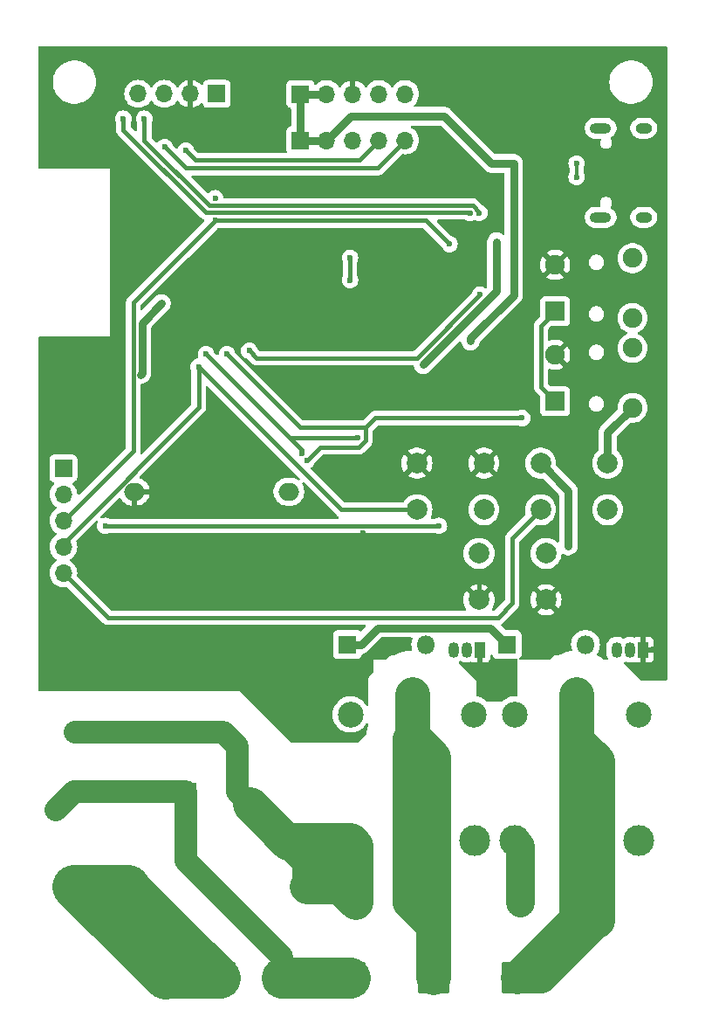
<source format=gbl>
G04 #@! TF.GenerationSoftware,KiCad,Pcbnew,8.0.7*
G04 #@! TF.CreationDate,2025-01-28T00:38:19+01:00*
G04 #@! TF.ProjectId,CustomTemperatureController,43757374-6f6d-4546-956d-706572617475,rev?*
G04 #@! TF.SameCoordinates,Original*
G04 #@! TF.FileFunction,Copper,L2,Bot*
G04 #@! TF.FilePolarity,Positive*
%FSLAX46Y46*%
G04 Gerber Fmt 4.6, Leading zero omitted, Abs format (unit mm)*
G04 Created by KiCad (PCBNEW 8.0.7) date 2025-01-28 00:38:19*
%MOMM*%
%LPD*%
G01*
G04 APERTURE LIST*
G04 Aperture macros list*
%AMRoundRect*
0 Rectangle with rounded corners*
0 $1 Rounding radius*
0 $2 $3 $4 $5 $6 $7 $8 $9 X,Y pos of 4 corners*
0 Add a 4 corners polygon primitive as box body*
4,1,4,$2,$3,$4,$5,$6,$7,$8,$9,$2,$3,0*
0 Add four circle primitives for the rounded corners*
1,1,$1+$1,$2,$3*
1,1,$1+$1,$4,$5*
1,1,$1+$1,$6,$7*
1,1,$1+$1,$8,$9*
0 Add four rect primitives between the rounded corners*
20,1,$1+$1,$2,$3,$4,$5,0*
20,1,$1+$1,$4,$5,$6,$7,0*
20,1,$1+$1,$6,$7,$8,$9,0*
20,1,$1+$1,$8,$9,$2,$3,0*%
G04 Aperture macros list end*
G04 #@! TA.AperFunction,ComponentPad*
%ADD10RoundRect,0.249999X-1.300001X-1.300001X1.300001X-1.300001X1.300001X1.300001X-1.300001X1.300001X0*%
G04 #@! TD*
G04 #@! TA.AperFunction,ComponentPad*
%ADD11RoundRect,0.249999X1.300001X1.300001X-1.300001X1.300001X-1.300001X-1.300001X1.300001X-1.300001X0*%
G04 #@! TD*
G04 #@! TA.AperFunction,ComponentPad*
%ADD12R,1.900000X1.900000*%
G04 #@! TD*
G04 #@! TA.AperFunction,ComponentPad*
%ADD13C,1.900000*%
G04 #@! TD*
G04 #@! TA.AperFunction,ComponentPad*
%ADD14C,1.800000*%
G04 #@! TD*
G04 #@! TA.AperFunction,ComponentPad*
%ADD15O,1.800000X1.800000*%
G04 #@! TD*
G04 #@! TA.AperFunction,ComponentPad*
%ADD16R,1.800000X1.800000*%
G04 #@! TD*
G04 #@! TA.AperFunction,ComponentPad*
%ADD17C,2.000000*%
G04 #@! TD*
G04 #@! TA.AperFunction,ComponentPad*
%ADD18R,1.700000X1.700000*%
G04 #@! TD*
G04 #@! TA.AperFunction,ComponentPad*
%ADD19O,1.700000X1.700000*%
G04 #@! TD*
G04 #@! TA.AperFunction,ComponentPad*
%ADD20R,2.000000X1.700000*%
G04 #@! TD*
G04 #@! TA.AperFunction,ComponentPad*
%ADD21O,2.000000X1.700000*%
G04 #@! TD*
G04 #@! TA.AperFunction,ComponentPad*
%ADD22R,1.050000X1.500000*%
G04 #@! TD*
G04 #@! TA.AperFunction,ComponentPad*
%ADD23O,1.050000X1.500000*%
G04 #@! TD*
G04 #@! TA.AperFunction,ComponentPad*
%ADD24C,3.000000*%
G04 #@! TD*
G04 #@! TA.AperFunction,ComponentPad*
%ADD25C,2.500000*%
G04 #@! TD*
G04 #@! TA.AperFunction,ComponentPad*
%ADD26O,2.100000X1.000000*%
G04 #@! TD*
G04 #@! TA.AperFunction,ComponentPad*
%ADD27O,1.600000X1.000000*%
G04 #@! TD*
G04 #@! TA.AperFunction,ComponentPad*
%ADD28C,3.100000*%
G04 #@! TD*
G04 #@! TA.AperFunction,ViaPad*
%ADD29C,0.600000*%
G04 #@! TD*
G04 #@! TA.AperFunction,Conductor*
%ADD30C,0.400000*%
G04 #@! TD*
G04 #@! TA.AperFunction,Conductor*
%ADD31C,3.400000*%
G04 #@! TD*
G04 #@! TA.AperFunction,Conductor*
%ADD32C,4.000000*%
G04 #@! TD*
G04 #@! TA.AperFunction,Conductor*
%ADD33C,3.200000*%
G04 #@! TD*
G04 #@! TA.AperFunction,Conductor*
%ADD34C,4.200000*%
G04 #@! TD*
G04 #@! TA.AperFunction,Conductor*
%ADD35C,3.000000*%
G04 #@! TD*
G04 #@! TA.AperFunction,Conductor*
%ADD36C,2.200000*%
G04 #@! TD*
G04 #@! TA.AperFunction,Conductor*
%ADD37C,2.800000*%
G04 #@! TD*
G04 #@! TA.AperFunction,Conductor*
%ADD38C,0.800000*%
G04 #@! TD*
G04 #@! TA.AperFunction,Conductor*
%ADD39C,0.300000*%
G04 #@! TD*
G04 #@! TA.AperFunction,Conductor*
%ADD40C,0.600000*%
G04 #@! TD*
G04 APERTURE END LIST*
D10*
X109728000Y-146812000D03*
D11*
X125984000Y-146812000D03*
D10*
X117856000Y-146812000D03*
D12*
X129644000Y-90920500D03*
D13*
X129644000Y-86420500D03*
X137144000Y-91570500D03*
X137144000Y-85770500D03*
D14*
X110321600Y-139486400D03*
X117821600Y-141286400D03*
D15*
X117094000Y-114500000D03*
D16*
X109474000Y-114500000D03*
D17*
X134730000Y-101432000D03*
X128230000Y-101432000D03*
X134730000Y-96932000D03*
X128230000Y-96932000D03*
D18*
X104925000Y-65651500D03*
D19*
X107465000Y-65651500D03*
X110005000Y-65651500D03*
X112545000Y-65651500D03*
X115085000Y-65651500D03*
D20*
X93806000Y-128778000D03*
D21*
X98806000Y-128778000D03*
X88806000Y-99698000D03*
X103806000Y-99698000D03*
D17*
X122250000Y-105664000D03*
X128750000Y-105664000D03*
X122250000Y-110164000D03*
X128750000Y-110164000D03*
D22*
X122326400Y-115000000D03*
D23*
X121056400Y-115000000D03*
X119786400Y-115000000D03*
D14*
X81213500Y-130496000D03*
X83013500Y-122996000D03*
X133762400Y-141289800D03*
X126262400Y-139489800D03*
D18*
X96800000Y-61142500D03*
D19*
X94260000Y-61142500D03*
X91720000Y-61142500D03*
X89180000Y-61142500D03*
D12*
X129644000Y-82212500D03*
D13*
X129644000Y-77712500D03*
X137144000Y-82862500D03*
X137144000Y-77062500D03*
D22*
X138176000Y-115000000D03*
D23*
X136906000Y-115000000D03*
X135636000Y-115000000D03*
D16*
X124968000Y-114500000D03*
D15*
X132588000Y-114500000D03*
D24*
X131764000Y-119324600D03*
D25*
X125714000Y-121274600D03*
D24*
X125714000Y-133474600D03*
X137764000Y-133524600D03*
D25*
X137714000Y-121274600D03*
D18*
X104925000Y-61151500D03*
D19*
X107465000Y-61151500D03*
X110005000Y-61151500D03*
X112545000Y-61151500D03*
X115085000Y-61151500D03*
D24*
X82963500Y-137944000D03*
X105563500Y-137944000D03*
D26*
X134051800Y-73112500D03*
D27*
X138231800Y-73112500D03*
D26*
X134051800Y-64472500D03*
D27*
X138231800Y-64472500D03*
D10*
X97124000Y-146812000D03*
D28*
X103124000Y-146812000D03*
D18*
X81915000Y-97414000D03*
D19*
X81915000Y-99954000D03*
X81915000Y-102494000D03*
X81915000Y-105034000D03*
X81915000Y-107574000D03*
D17*
X122730000Y-101432000D03*
X116230000Y-101432000D03*
X122730000Y-96932000D03*
X116230000Y-96932000D03*
D25*
X121784000Y-121272000D03*
D24*
X121834000Y-133522000D03*
X109784000Y-133472000D03*
D25*
X109784000Y-121272000D03*
D24*
X115834000Y-119322000D03*
D29*
X129540000Y-103632000D03*
X119888000Y-102616000D03*
X90000000Y-95000000D03*
X90000000Y-90000000D03*
X119380000Y-75692000D03*
X93000000Y-65000000D03*
X93500000Y-63000000D03*
X120000000Y-62000000D03*
X123825000Y-119507000D03*
X138049000Y-116459000D03*
X138303000Y-113538000D03*
X139192000Y-114935000D03*
X124460000Y-117094000D03*
X113792000Y-106172000D03*
X117348000Y-109728000D03*
X101600000Y-110490000D03*
X101600000Y-105410000D03*
X95250000Y-110490000D03*
X95250000Y-105410000D03*
X88900000Y-110490000D03*
X88900000Y-105410000D03*
X81280000Y-112268000D03*
X81280000Y-117000000D03*
X105500000Y-122000000D03*
X88900000Y-117000000D03*
X111500000Y-116500000D03*
X101600000Y-114300000D03*
X102000000Y-118500000D03*
X111000000Y-110000000D03*
X107950000Y-116840000D03*
X114300000Y-114300000D03*
X95250000Y-114300000D03*
X129159000Y-114681000D03*
X126238000Y-112141000D03*
X123952000Y-108204000D03*
X127000000Y-107696000D03*
X131572000Y-109220000D03*
X134620000Y-112776000D03*
X136144000Y-107696000D03*
X136144000Y-104140000D03*
X102108000Y-66548000D03*
X99827000Y-62992000D03*
X83000000Y-66000000D03*
X105000000Y-58000000D03*
X100000000Y-58000000D03*
X95000000Y-58000000D03*
X90000000Y-58000000D03*
X80500000Y-57000000D03*
X80500000Y-63000000D03*
X85000000Y-63000000D03*
X99568000Y-78740000D03*
X93980000Y-78232000D03*
X97028000Y-76200000D03*
X90424000Y-71628000D03*
X90424000Y-76200000D03*
X92964000Y-74168000D03*
X87884000Y-74168000D03*
X87884000Y-77724000D03*
X87884000Y-80264000D03*
X80264000Y-89916000D03*
X81788000Y-92456000D03*
X84328000Y-96012000D03*
X86360000Y-96012000D03*
X92456000Y-96012000D03*
X96012000Y-96012000D03*
X100584000Y-96012000D03*
X93472000Y-99568000D03*
X100584000Y-99568000D03*
X87376000Y-101600000D03*
X91440000Y-101600000D03*
X98552000Y-101600000D03*
X102108000Y-101600000D03*
X106680000Y-101600000D03*
X112776000Y-93980000D03*
X104902000Y-90932000D03*
X106934000Y-90932000D03*
X104902000Y-88138000D03*
X106934000Y-88138000D03*
X110998000Y-88646000D03*
X114046000Y-91186000D03*
X121158000Y-91440000D03*
X117602000Y-89916000D03*
X118364000Y-88138000D03*
X121158000Y-87884000D03*
X119000000Y-94000000D03*
X124000000Y-91186000D03*
X124000000Y-88500000D03*
X123500000Y-85852000D03*
X127254000Y-91186000D03*
X126746000Y-88392000D03*
X125984000Y-83820000D03*
X132500000Y-81788000D03*
X135890000Y-80010000D03*
X132080000Y-78740000D03*
X127254000Y-76454000D03*
X133858000Y-75438000D03*
X139446000Y-76200000D03*
X139954000Y-73660000D03*
X139954000Y-71120000D03*
X139954000Y-68580000D03*
X139954000Y-65786000D03*
X139500000Y-62500000D03*
X130000000Y-58000000D03*
X125000000Y-62000000D03*
X125000000Y-58000000D03*
X120000000Y-58000000D03*
X115000000Y-58000000D03*
X117348000Y-65278000D03*
X117348000Y-67564000D03*
X117348000Y-69596000D03*
X113280000Y-70523800D03*
X109292200Y-70523800D03*
X103936800Y-69723000D03*
X105156000Y-74676000D03*
X112500000Y-74500000D03*
X93500000Y-90500000D03*
X108000000Y-76000000D03*
X105664000Y-79502000D03*
X107950000Y-79502000D03*
X110236000Y-83058000D03*
X115824000Y-83058000D03*
X115824000Y-79756000D03*
X112268000Y-79756000D03*
X108712000Y-106172000D03*
X110998000Y-103697000D03*
X110000000Y-58000000D03*
X131953000Y-72898000D03*
X85979000Y-102997000D03*
X96647000Y-73406000D03*
X118364000Y-102997000D03*
X105537000Y-96647000D03*
X105029000Y-96012000D03*
X109728000Y-77024000D03*
X109728000Y-79186000D03*
X122872500Y-117030500D03*
X122363103Y-80580103D03*
X121412000Y-85090000D03*
X123952000Y-75466800D03*
X116826000Y-87390000D03*
X130911600Y-104952800D03*
X95046800Y-87579200D03*
X126441200Y-92557600D03*
X97790000Y-86360000D03*
X95758000Y-86360000D03*
X110490000Y-94488000D03*
X96643929Y-71265300D03*
X130831800Y-64220500D03*
X127132000Y-73503500D03*
X139000000Y-89746500D03*
X124100800Y-65109500D03*
X126731040Y-68792500D03*
X127529800Y-64855500D03*
X123957000Y-72233500D03*
X120000000Y-106380000D03*
X89413000Y-88344000D03*
X125624800Y-80623200D03*
X125624800Y-67872500D03*
X91445000Y-81462500D03*
X131720800Y-69192500D03*
X131720800Y-67892500D03*
X91749800Y-66294000D03*
X93807200Y-66628900D03*
X122280600Y-72665300D03*
X89768600Y-63555500D03*
X87736600Y-63555500D03*
X121366200Y-72665300D03*
X99954000Y-86034500D03*
D30*
X117094000Y-73406000D02*
X119380000Y-75692000D01*
X105156000Y-73406000D02*
X117094000Y-73406000D01*
X101092000Y-73406000D02*
X105156000Y-73406000D01*
X96647000Y-73406000D02*
X101092000Y-73406000D01*
D31*
X117821600Y-146777600D02*
X117856000Y-146812000D01*
X117821600Y-141286400D02*
X117821600Y-146777600D01*
D32*
X103124000Y-146812000D02*
X109728000Y-146812000D01*
D31*
X131764000Y-123827200D02*
X131764000Y-139291400D01*
X131764000Y-123827200D02*
X131764000Y-119324600D01*
X133762400Y-125825600D02*
X131764000Y-123827200D01*
X133762400Y-141289800D02*
X133762400Y-125825600D01*
D33*
X131764000Y-141032000D02*
X125984000Y-146812000D01*
D31*
X131764000Y-139291400D02*
X131764000Y-141032000D01*
D32*
X91831500Y-146812000D02*
X97124000Y-146812000D01*
D34*
X82963500Y-137944000D02*
X91831500Y-146812000D01*
D35*
X115316000Y-123605427D02*
X115316000Y-139536000D01*
X115316000Y-139536000D02*
X117444000Y-141664000D01*
D31*
X115834000Y-119322000D02*
X115834000Y-123087427D01*
X115834000Y-123454000D02*
X115834000Y-119322000D01*
X117821600Y-125441600D02*
X115834000Y-123454000D01*
X117821600Y-141286400D02*
X117821600Y-125441600D01*
X103500000Y-133472000D02*
X100076000Y-130048000D01*
X109784000Y-133472000D02*
X103500000Y-133472000D01*
X103751500Y-133723500D02*
X100076000Y-130048000D01*
X109784000Y-133723500D02*
X103751500Y-133723500D01*
X108779200Y-137944000D02*
X110321600Y-139486400D01*
X105563500Y-137944000D02*
X108779200Y-137944000D01*
X109784000Y-133723500D02*
X105563500Y-137944000D01*
X110321600Y-134009600D02*
X109784000Y-133472000D01*
X110321600Y-139486400D02*
X110321600Y-134009600D01*
D36*
X100076000Y-130048000D02*
X98806000Y-128778000D01*
D35*
X105563500Y-135535500D02*
X100076000Y-130048000D01*
X105563500Y-137944000D02*
X105563500Y-135535500D01*
D36*
X93806000Y-135462000D02*
X93806000Y-128778000D01*
X103124000Y-144780000D02*
X93806000Y-135462000D01*
X103124000Y-146812000D02*
X103124000Y-144780000D01*
D35*
X103124000Y-146812000D02*
X107696000Y-146812000D01*
X131764000Y-119324600D02*
X131764000Y-139291400D01*
X131764000Y-139291400D02*
X133762400Y-141289800D01*
X128240200Y-146812000D02*
X133762400Y-141289800D01*
X125984000Y-146812000D02*
X128240200Y-146812000D01*
D37*
X126262400Y-134023000D02*
X125714000Y-133474600D01*
X126262400Y-139489800D02*
X126262400Y-134023000D01*
D36*
X97469000Y-122996000D02*
X83013500Y-122996000D01*
X98806000Y-124333000D02*
X97469000Y-122996000D01*
X98806000Y-128778000D02*
X98806000Y-124333000D01*
D38*
X112395000Y-112903000D02*
X123371000Y-112903000D01*
X110798000Y-114500000D02*
X112395000Y-112903000D01*
X109474000Y-114500000D02*
X110798000Y-114500000D01*
X123371000Y-112903000D02*
X124968000Y-114500000D01*
D30*
X132500000Y-81788000D02*
X132500000Y-80568500D01*
D39*
X131347500Y-73503500D02*
X127132000Y-73503500D01*
X131953000Y-72898000D02*
X131347500Y-73503500D01*
D30*
X118364000Y-102997000D02*
X85979000Y-102997000D01*
X124079000Y-111887000D02*
X125476000Y-110490000D01*
X86228000Y-111887000D02*
X124079000Y-111887000D01*
X81915000Y-107574000D02*
X86228000Y-111887000D01*
X125476000Y-110490000D02*
X125476000Y-104186000D01*
X125476000Y-104186000D02*
X128230000Y-101432000D01*
X95046800Y-91539433D02*
X95046800Y-87579200D01*
X81915000Y-104671233D02*
X95046800Y-91539433D01*
X81915000Y-105034000D02*
X81915000Y-104671233D01*
X88686000Y-81367000D02*
X96647000Y-73406000D01*
X88686000Y-95723000D02*
X88686000Y-81367000D01*
X81915000Y-102494000D02*
X88686000Y-95723000D01*
X111252000Y-94715950D02*
X111252000Y-93472000D01*
X106807000Y-95377000D02*
X110590950Y-95377000D01*
X110590950Y-95377000D02*
X111252000Y-94715950D01*
X110490000Y-94488000D02*
X103886000Y-94488000D01*
X105029000Y-95631000D02*
X105029000Y-96012000D01*
X103886000Y-94488000D02*
X105029000Y-95631000D01*
X109728000Y-77024000D02*
X109728000Y-79186000D01*
X116205000Y-86741000D02*
X100660500Y-86741000D01*
X122363103Y-80582897D02*
X116205000Y-86741000D01*
X122363103Y-80580103D02*
X122363103Y-80582897D01*
X100660500Y-86741000D02*
X99954000Y-86034500D01*
D38*
X125624800Y-80623200D02*
X121412000Y-84836000D01*
X121412000Y-84836000D02*
X121412000Y-85090000D01*
X125624800Y-80623200D02*
X125624800Y-67872500D01*
X123952000Y-75466800D02*
X123952000Y-80264000D01*
X123952000Y-80264000D02*
X116826000Y-87390000D01*
X134730000Y-93984500D02*
X137144000Y-91570500D01*
X134730000Y-96932000D02*
X134730000Y-93984500D01*
X130911600Y-99613600D02*
X128230000Y-96932000D01*
X130911600Y-104952800D02*
X130911600Y-99613600D01*
D30*
X108899600Y-101432000D02*
X95046800Y-87579200D01*
X116230000Y-101432000D02*
X108899600Y-101432000D01*
X112166400Y-92557600D02*
X111252000Y-93472000D01*
X126441200Y-92557600D02*
X112166400Y-92557600D01*
X97790000Y-86360000D02*
X104902000Y-93472000D01*
X104902000Y-93472000D02*
X111252000Y-93472000D01*
X103886000Y-94488000D02*
X95758000Y-86360000D01*
X128270000Y-89546500D02*
X128270000Y-83586500D01*
X128270000Y-83586500D02*
X129644000Y-82212500D01*
X129644000Y-90920500D02*
X128270000Y-89546500D01*
X112410500Y-68326000D02*
X115085000Y-65651500D01*
X91749800Y-66294000D02*
X93781800Y-68326000D01*
X93781800Y-68326000D02*
X112410500Y-68326000D01*
X94742300Y-67564000D02*
X110632500Y-67564000D01*
X110632500Y-67564000D02*
X112545000Y-65651500D01*
X93807200Y-66628900D02*
X94742300Y-67564000D01*
X121316200Y-72615300D02*
X121366200Y-72665300D01*
X95729300Y-72615300D02*
X121316200Y-72615300D01*
X87736600Y-63555500D02*
X87736600Y-64622600D01*
X87736600Y-64622600D02*
X95729300Y-72615300D01*
X121656150Y-71965300D02*
X122280600Y-72589750D01*
X122280600Y-72589750D02*
X122280600Y-72665300D01*
X89768600Y-65637650D02*
X96096250Y-71965300D01*
X96096250Y-71965300D02*
X121656150Y-71965300D01*
X89768600Y-63555500D02*
X89768600Y-65637650D01*
D38*
X118903007Y-63301500D02*
X123474007Y-67872500D01*
X123474007Y-67872500D02*
X125624800Y-67872500D01*
X104925000Y-61151500D02*
X107465000Y-61151500D01*
D30*
X122250000Y-108630000D02*
X122250000Y-110164000D01*
X132500000Y-83564500D02*
X132500000Y-81788000D01*
X120000000Y-106380000D02*
X120000000Y-99662000D01*
D40*
X127529800Y-64855500D02*
X128164800Y-64220500D01*
D30*
X120000000Y-99662000D02*
X122730000Y-96932000D01*
X129644000Y-86420500D02*
X132970000Y-89746500D01*
X132970000Y-89746500D02*
X139000000Y-89746500D01*
X120000000Y-106380000D02*
X122250000Y-108630000D01*
D40*
X128164800Y-64220500D02*
X130831800Y-64220500D01*
D30*
X132500000Y-80568500D02*
X129644000Y-77712500D01*
X129644000Y-86420500D02*
X132500000Y-83564500D01*
D38*
X104925000Y-61151500D02*
X104925000Y-65651500D01*
X107465000Y-65651500D02*
X109815000Y-63301500D01*
X91445000Y-81462500D02*
X89540000Y-83367500D01*
X104925000Y-65651500D02*
X107465000Y-65651500D01*
X109815000Y-63301500D02*
X118903007Y-63301500D01*
X89540000Y-88217000D02*
X89413000Y-88344000D01*
X89540000Y-83367500D02*
X89540000Y-88217000D01*
D36*
X105413500Y-137702000D02*
X105554000Y-137702000D01*
X109784000Y-133472000D02*
X109784000Y-133723500D01*
X105413500Y-137702000D02*
X105413500Y-137614500D01*
D39*
X131720800Y-69192500D02*
X131720800Y-67892500D01*
D36*
X93806000Y-128778000D02*
X82931500Y-128778000D01*
X82931500Y-128778000D02*
X81213500Y-130496000D01*
D39*
X122280600Y-72665300D02*
X122280600Y-72660461D01*
X122280600Y-72660461D02*
X121625039Y-72004900D01*
D30*
X105537000Y-96647000D02*
X106807000Y-95377000D01*
D32*
X88256000Y-137944000D02*
X97124000Y-146812000D01*
D34*
X82963500Y-137944000D02*
X88256000Y-137944000D01*
G04 #@! TA.AperFunction,Conductor*
G36*
X140442539Y-56520185D02*
G01*
X140488294Y-56572989D01*
X140499500Y-56624500D01*
X140499500Y-117876000D01*
X140479815Y-117943039D01*
X140427011Y-117988794D01*
X140375500Y-118000000D01*
X138051362Y-118000000D01*
X137984323Y-117980315D01*
X137963681Y-117963681D01*
X136372033Y-116372033D01*
X136338548Y-116310710D01*
X136343532Y-116241018D01*
X136385404Y-116185085D01*
X136450868Y-116160668D01*
X136507166Y-116169790D01*
X136606873Y-116211091D01*
X136770288Y-116243596D01*
X136804992Y-116250499D01*
X136804996Y-116250500D01*
X136804997Y-116250500D01*
X137007004Y-116250500D01*
X137007005Y-116250499D01*
X137205127Y-116211091D01*
X137286338Y-116177451D01*
X137355804Y-116169983D01*
X137400859Y-116189594D01*
X137401128Y-116189103D01*
X137406613Y-116192098D01*
X137408099Y-116192745D01*
X137408911Y-116193353D01*
X137408913Y-116193354D01*
X137543620Y-116243596D01*
X137543627Y-116243598D01*
X137603155Y-116249999D01*
X137603172Y-116250000D01*
X137926000Y-116250000D01*
X137926000Y-115365865D01*
X137928383Y-115341671D01*
X137931500Y-115326001D01*
X137931500Y-115285830D01*
X137945745Y-115300075D01*
X138031255Y-115349444D01*
X138126630Y-115375000D01*
X138225370Y-115375000D01*
X138320745Y-115349444D01*
X138406255Y-115300075D01*
X138426000Y-115280330D01*
X138426000Y-116250000D01*
X138748828Y-116250000D01*
X138748844Y-116249999D01*
X138808372Y-116243598D01*
X138808379Y-116243596D01*
X138943086Y-116193354D01*
X138943093Y-116193350D01*
X139058187Y-116107190D01*
X139058190Y-116107187D01*
X139144350Y-115992093D01*
X139144354Y-115992086D01*
X139194596Y-115857379D01*
X139194598Y-115857372D01*
X139200999Y-115797844D01*
X139201000Y-115797827D01*
X139201000Y-115250000D01*
X138456330Y-115250000D01*
X138476075Y-115230255D01*
X138525444Y-115144745D01*
X138551000Y-115049370D01*
X138551000Y-114950630D01*
X138525444Y-114855255D01*
X138476075Y-114769745D01*
X138456330Y-114750000D01*
X139201000Y-114750000D01*
X139201000Y-114202172D01*
X139200999Y-114202155D01*
X139194598Y-114142627D01*
X139194596Y-114142620D01*
X139144354Y-114007913D01*
X139144350Y-114007906D01*
X139058190Y-113892812D01*
X139058187Y-113892809D01*
X138943093Y-113806649D01*
X138943086Y-113806645D01*
X138808379Y-113756403D01*
X138808372Y-113756401D01*
X138748844Y-113750000D01*
X138426000Y-113750000D01*
X138426000Y-114719670D01*
X138406255Y-114699925D01*
X138320745Y-114650556D01*
X138225370Y-114625000D01*
X138126630Y-114625000D01*
X138031255Y-114650556D01*
X137945745Y-114699925D01*
X137931500Y-114714170D01*
X137931500Y-114673996D01*
X137931499Y-114673995D01*
X137928383Y-114658326D01*
X137926000Y-114634134D01*
X137926000Y-113750000D01*
X137603155Y-113750000D01*
X137543627Y-113756401D01*
X137543620Y-113756403D01*
X137408913Y-113806645D01*
X137408911Y-113806646D01*
X137408092Y-113807260D01*
X137407134Y-113807616D01*
X137401132Y-113810895D01*
X137400660Y-113810031D01*
X137342625Y-113831671D01*
X137286338Y-113822547D01*
X137205131Y-113788910D01*
X137205119Y-113788907D01*
X137007007Y-113749500D01*
X137007003Y-113749500D01*
X136804997Y-113749500D01*
X136804992Y-113749500D01*
X136606880Y-113788907D01*
X136606872Y-113788909D01*
X136420244Y-113866213D01*
X136339891Y-113919904D01*
X136273213Y-113940782D01*
X136205833Y-113922297D01*
X136202109Y-113919904D01*
X136184308Y-113908010D01*
X136161563Y-113892812D01*
X136121755Y-113866213D01*
X135935127Y-113788909D01*
X135935119Y-113788907D01*
X135737007Y-113749500D01*
X135737003Y-113749500D01*
X135534997Y-113749500D01*
X135534992Y-113749500D01*
X135336880Y-113788907D01*
X135336872Y-113788909D01*
X135150247Y-113866212D01*
X135150237Y-113866217D01*
X134982281Y-113978441D01*
X134839441Y-114121281D01*
X134727217Y-114289237D01*
X134727212Y-114289247D01*
X134649909Y-114475872D01*
X134649907Y-114475880D01*
X134610500Y-114673992D01*
X134610500Y-115326007D01*
X134649906Y-115524116D01*
X134649909Y-115524127D01*
X134727212Y-115710752D01*
X134727220Y-115710767D01*
X134791594Y-115807110D01*
X134812472Y-115873787D01*
X134793987Y-115941167D01*
X134742008Y-115987857D01*
X134688492Y-116000000D01*
X134412176Y-116000000D01*
X134345137Y-115980315D01*
X134324495Y-115963681D01*
X134038316Y-115677502D01*
X134038314Y-115677500D01*
X133977400Y-115642331D01*
X133924187Y-115611608D01*
X133860539Y-115594554D01*
X133796892Y-115577500D01*
X133796891Y-115577500D01*
X133782350Y-115577500D01*
X133715311Y-115557815D01*
X133669556Y-115505011D01*
X133659612Y-115435853D01*
X133688637Y-115372297D01*
X133691121Y-115369516D01*
X133696979Y-115363153D01*
X133823924Y-115168849D01*
X133917157Y-114956300D01*
X133974134Y-114731305D01*
X133974135Y-114731297D01*
X133993300Y-114500006D01*
X133993300Y-114499993D01*
X133974135Y-114268702D01*
X133974133Y-114268691D01*
X133917157Y-114043699D01*
X133823924Y-113831151D01*
X133696983Y-113636852D01*
X133696980Y-113636849D01*
X133696979Y-113636847D01*
X133539784Y-113466087D01*
X133539779Y-113466083D01*
X133539777Y-113466081D01*
X133356634Y-113323535D01*
X133356628Y-113323531D01*
X133152504Y-113213064D01*
X133152495Y-113213061D01*
X132932984Y-113137702D01*
X132742450Y-113105908D01*
X132704049Y-113099500D01*
X132471951Y-113099500D01*
X132433550Y-113105908D01*
X132243015Y-113137702D01*
X132023504Y-113213061D01*
X132023495Y-113213064D01*
X131819371Y-113323531D01*
X131819365Y-113323535D01*
X131636222Y-113466081D01*
X131636219Y-113466084D01*
X131636216Y-113466086D01*
X131636216Y-113466087D01*
X131611886Y-113492517D01*
X131479016Y-113636852D01*
X131352075Y-113831151D01*
X131258842Y-114043699D01*
X131201866Y-114268691D01*
X131201864Y-114268702D01*
X131182700Y-114499993D01*
X131182700Y-114500006D01*
X131201864Y-114731297D01*
X131201866Y-114731308D01*
X131258842Y-114956300D01*
X131273140Y-114988894D01*
X131282043Y-115058194D01*
X131252066Y-115121306D01*
X131192727Y-115158193D01*
X131171741Y-115162107D01*
X131146920Y-115164552D01*
X131146908Y-115164554D01*
X130742151Y-115245064D01*
X130742140Y-115245067D01*
X130347185Y-115364874D01*
X129965888Y-115522813D01*
X129945122Y-115533913D01*
X129890969Y-115562858D01*
X129832517Y-115577500D01*
X129601108Y-115577500D01*
X129473812Y-115611608D01*
X129359686Y-115677500D01*
X129359683Y-115677502D01*
X129073505Y-115963681D01*
X129012182Y-115997166D01*
X128985824Y-116000000D01*
X126274226Y-116000000D01*
X126207187Y-115980315D01*
X126161432Y-115927511D01*
X126151488Y-115858353D01*
X126180513Y-115794797D01*
X126199914Y-115776734D01*
X126225546Y-115757546D01*
X126311796Y-115642331D01*
X126362091Y-115507483D01*
X126368500Y-115447873D01*
X126368499Y-113552128D01*
X126362091Y-113492517D01*
X126352233Y-113466087D01*
X126311797Y-113357671D01*
X126311793Y-113357664D01*
X126225547Y-113242455D01*
X126225544Y-113242452D01*
X126110335Y-113156206D01*
X126110328Y-113156202D01*
X125975482Y-113105908D01*
X125975483Y-113105908D01*
X125915883Y-113099501D01*
X125915881Y-113099500D01*
X125915873Y-113099500D01*
X125915865Y-113099500D01*
X124892362Y-113099500D01*
X124825323Y-113079815D01*
X124804681Y-113063181D01*
X124420817Y-112679317D01*
X124387332Y-112617994D01*
X124392316Y-112548302D01*
X124434188Y-112492369D01*
X124439593Y-112488543D01*
X124525543Y-112431114D01*
X126020113Y-110936543D01*
X126096774Y-110821812D01*
X126096775Y-110821811D01*
X126149580Y-110694328D01*
X126176500Y-110558993D01*
X126176500Y-110163994D01*
X127244859Y-110163994D01*
X127244859Y-110164000D01*
X127265385Y-110411729D01*
X127265387Y-110411738D01*
X127326412Y-110652717D01*
X127426267Y-110880367D01*
X127526562Y-111033881D01*
X128226212Y-110334233D01*
X128237482Y-110376292D01*
X128309890Y-110501708D01*
X128412292Y-110604110D01*
X128537708Y-110676518D01*
X128579766Y-110687787D01*
X127879943Y-111387609D01*
X127926768Y-111424055D01*
X127926771Y-111424057D01*
X128145385Y-111542364D01*
X128145396Y-111542369D01*
X128380506Y-111623083D01*
X128625707Y-111664000D01*
X128874293Y-111664000D01*
X129119493Y-111623083D01*
X129354603Y-111542369D01*
X129354614Y-111542364D01*
X129573230Y-111424056D01*
X129573236Y-111424051D01*
X129620055Y-111387610D01*
X129620056Y-111387609D01*
X128920233Y-110687787D01*
X128962292Y-110676518D01*
X129087708Y-110604110D01*
X129190110Y-110501708D01*
X129262518Y-110376292D01*
X129273787Y-110334234D01*
X129973435Y-111033882D01*
X130073733Y-110880364D01*
X130173587Y-110652717D01*
X130234612Y-110411738D01*
X130234614Y-110411729D01*
X130255141Y-110164000D01*
X130255141Y-110163994D01*
X130234614Y-109916270D01*
X130234612Y-109916261D01*
X130173587Y-109675282D01*
X130073732Y-109447632D01*
X129973435Y-109294116D01*
X129273787Y-109993765D01*
X129262518Y-109951708D01*
X129190110Y-109826292D01*
X129087708Y-109723890D01*
X128962292Y-109651482D01*
X128920233Y-109640212D01*
X129620055Y-108940389D01*
X129620055Y-108940388D01*
X129573236Y-108903947D01*
X129573231Y-108903944D01*
X129354614Y-108785635D01*
X129354603Y-108785630D01*
X129119493Y-108704916D01*
X128874293Y-108664000D01*
X128625707Y-108664000D01*
X128380506Y-108704916D01*
X128145396Y-108785630D01*
X128145385Y-108785635D01*
X127926770Y-108903943D01*
X127879943Y-108940389D01*
X128579766Y-109640212D01*
X128537708Y-109651482D01*
X128412292Y-109723890D01*
X128309890Y-109826292D01*
X128237482Y-109951708D01*
X128226212Y-109993766D01*
X127526563Y-109294117D01*
X127426267Y-109447633D01*
X127426265Y-109447637D01*
X127326412Y-109675282D01*
X127265387Y-109916261D01*
X127265385Y-109916270D01*
X127244859Y-110163994D01*
X126176500Y-110163994D01*
X126176500Y-104527518D01*
X126196185Y-104460479D01*
X126212814Y-104439842D01*
X127731731Y-102920924D01*
X127793052Y-102887441D01*
X127855220Y-102891070D01*
X127855412Y-102890312D01*
X127859360Y-102891311D01*
X127859686Y-102891330D01*
X127860386Y-102891571D01*
X128105665Y-102932500D01*
X128354335Y-102932500D01*
X128599614Y-102891571D01*
X128834810Y-102810828D01*
X129053509Y-102692474D01*
X129249744Y-102539738D01*
X129418164Y-102356785D01*
X129554173Y-102148607D01*
X129654063Y-101920881D01*
X129715108Y-101679821D01*
X129719850Y-101622597D01*
X129735643Y-101432005D01*
X129735643Y-101431994D01*
X129715109Y-101184187D01*
X129715107Y-101184175D01*
X129654063Y-100943118D01*
X129554173Y-100715393D01*
X129418166Y-100507217D01*
X129396557Y-100483744D01*
X129249744Y-100324262D01*
X129053509Y-100171526D01*
X129053507Y-100171525D01*
X129053506Y-100171524D01*
X128834811Y-100053172D01*
X128834802Y-100053169D01*
X128599616Y-99972429D01*
X128354335Y-99931500D01*
X128105665Y-99931500D01*
X127860383Y-99972429D01*
X127625197Y-100053169D01*
X127625188Y-100053172D01*
X127406493Y-100171524D01*
X127210257Y-100324261D01*
X127041833Y-100507217D01*
X126905826Y-100715393D01*
X126805936Y-100943118D01*
X126744892Y-101184175D01*
X126744890Y-101184187D01*
X126724357Y-101431994D01*
X126724357Y-101432005D01*
X126744891Y-101679817D01*
X126777431Y-101808314D01*
X126774806Y-101878134D01*
X126744906Y-101926435D01*
X124931887Y-103739454D01*
X124855223Y-103854192D01*
X124802421Y-103981668D01*
X124802418Y-103981678D01*
X124788737Y-104050459D01*
X124775500Y-104117004D01*
X124775500Y-110148481D01*
X124755815Y-110215520D01*
X124739181Y-110236162D01*
X123825162Y-111150181D01*
X123763839Y-111183666D01*
X123737481Y-111186500D01*
X123602858Y-111186500D01*
X123535819Y-111166815D01*
X123490064Y-111114011D01*
X123480120Y-111044853D01*
X123499049Y-110994678D01*
X123573733Y-110880364D01*
X123673587Y-110652717D01*
X123734612Y-110411738D01*
X123734614Y-110411729D01*
X123755141Y-110164000D01*
X123755141Y-110163994D01*
X123734614Y-109916270D01*
X123734612Y-109916261D01*
X123673587Y-109675282D01*
X123573732Y-109447632D01*
X123473435Y-109294116D01*
X122773787Y-109993764D01*
X122762518Y-109951708D01*
X122690110Y-109826292D01*
X122587708Y-109723890D01*
X122462292Y-109651482D01*
X122420233Y-109640212D01*
X123120055Y-108940389D01*
X123120055Y-108940388D01*
X123073236Y-108903947D01*
X123073231Y-108903944D01*
X122854614Y-108785635D01*
X122854603Y-108785630D01*
X122619493Y-108704916D01*
X122374293Y-108664000D01*
X122125707Y-108664000D01*
X121880506Y-108704916D01*
X121645396Y-108785630D01*
X121645385Y-108785635D01*
X121426770Y-108903943D01*
X121379943Y-108940389D01*
X122079766Y-109640212D01*
X122037708Y-109651482D01*
X121912292Y-109723890D01*
X121809890Y-109826292D01*
X121737482Y-109951708D01*
X121726212Y-109993766D01*
X121026563Y-109294117D01*
X120926267Y-109447633D01*
X120926265Y-109447637D01*
X120826412Y-109675282D01*
X120765387Y-109916261D01*
X120765385Y-109916270D01*
X120744859Y-110163994D01*
X120744859Y-110164000D01*
X120765385Y-110411729D01*
X120765387Y-110411738D01*
X120826412Y-110652717D01*
X120926266Y-110880364D01*
X121000951Y-110994678D01*
X121021138Y-111061568D01*
X121001958Y-111128753D01*
X120949500Y-111174904D01*
X120897142Y-111186500D01*
X86569519Y-111186500D01*
X86502480Y-111166815D01*
X86481838Y-111150181D01*
X83277651Y-107945994D01*
X83244166Y-107884671D01*
X83245558Y-107826217D01*
X83250063Y-107809408D01*
X83270659Y-107574000D01*
X83250063Y-107338592D01*
X83188903Y-107110337D01*
X83089035Y-106896171D01*
X83001907Y-106771738D01*
X82953494Y-106702597D01*
X82786402Y-106535506D01*
X82786396Y-106535501D01*
X82600842Y-106405575D01*
X82557217Y-106350998D01*
X82550023Y-106281500D01*
X82581546Y-106219145D01*
X82600842Y-106202425D01*
X82671598Y-106152881D01*
X82786401Y-106072495D01*
X82953495Y-105905401D01*
X83089035Y-105711830D01*
X83111341Y-105663994D01*
X120744357Y-105663994D01*
X120744357Y-105664005D01*
X120764890Y-105911812D01*
X120764892Y-105911824D01*
X120825936Y-106152881D01*
X120925826Y-106380606D01*
X121061833Y-106588782D01*
X121061836Y-106588785D01*
X121230256Y-106771738D01*
X121426491Y-106924474D01*
X121645190Y-107042828D01*
X121880386Y-107123571D01*
X122125665Y-107164500D01*
X122374335Y-107164500D01*
X122619614Y-107123571D01*
X122854810Y-107042828D01*
X123073509Y-106924474D01*
X123269744Y-106771738D01*
X123438164Y-106588785D01*
X123574173Y-106380607D01*
X123674063Y-106152881D01*
X123735108Y-105911821D01*
X123735640Y-105905401D01*
X123755643Y-105664005D01*
X123755643Y-105663994D01*
X123735109Y-105416187D01*
X123735107Y-105416175D01*
X123674063Y-105175118D01*
X123574173Y-104947393D01*
X123438166Y-104739217D01*
X123416557Y-104715744D01*
X123269744Y-104556262D01*
X123073509Y-104403526D01*
X123073507Y-104403525D01*
X123073506Y-104403524D01*
X122854811Y-104285172D01*
X122854802Y-104285169D01*
X122619616Y-104204429D01*
X122374335Y-104163500D01*
X122125665Y-104163500D01*
X121880383Y-104204429D01*
X121645197Y-104285169D01*
X121645188Y-104285172D01*
X121426493Y-104403524D01*
X121230257Y-104556261D01*
X121061833Y-104739217D01*
X120925826Y-104947393D01*
X120825936Y-105175118D01*
X120764892Y-105416175D01*
X120764890Y-105416187D01*
X120744357Y-105663994D01*
X83111341Y-105663994D01*
X83188903Y-105497663D01*
X83250063Y-105269408D01*
X83270659Y-105034000D01*
X83250063Y-104798592D01*
X83188903Y-104570337D01*
X83167605Y-104524665D01*
X83157114Y-104455590D01*
X83185633Y-104391806D01*
X83192294Y-104384594D01*
X85043345Y-102533543D01*
X85104666Y-102500060D01*
X85174358Y-102505044D01*
X85230291Y-102546916D01*
X85254708Y-102612380D01*
X85248066Y-102662180D01*
X85193632Y-102817742D01*
X85193630Y-102817750D01*
X85173435Y-102996996D01*
X85173435Y-102997003D01*
X85193630Y-103176249D01*
X85193631Y-103176254D01*
X85253211Y-103346523D01*
X85265073Y-103365401D01*
X85349184Y-103499262D01*
X85476738Y-103626816D01*
X85542338Y-103668035D01*
X85629474Y-103722787D01*
X85629478Y-103722789D01*
X85799745Y-103782368D01*
X85799750Y-103782369D01*
X85978996Y-103802565D01*
X85979000Y-103802565D01*
X85979004Y-103802565D01*
X86158249Y-103782369D01*
X86158252Y-103782368D01*
X86158255Y-103782368D01*
X86328522Y-103722789D01*
X86329488Y-103722181D01*
X86338523Y-103716506D01*
X86404494Y-103697500D01*
X117938506Y-103697500D01*
X118004477Y-103716506D01*
X118014474Y-103722787D01*
X118014475Y-103722787D01*
X118014478Y-103722789D01*
X118184745Y-103782368D01*
X118184750Y-103782369D01*
X118363996Y-103802565D01*
X118364000Y-103802565D01*
X118364004Y-103802565D01*
X118543249Y-103782369D01*
X118543252Y-103782368D01*
X118543255Y-103782368D01*
X118713522Y-103722789D01*
X118866262Y-103626816D01*
X118993816Y-103499262D01*
X119089789Y-103346522D01*
X119149368Y-103176255D01*
X119169565Y-102997000D01*
X119157686Y-102891571D01*
X119149369Y-102817750D01*
X119149368Y-102817745D01*
X119118459Y-102729413D01*
X119089789Y-102647478D01*
X119067735Y-102612380D01*
X119050582Y-102585080D01*
X118993816Y-102494738D01*
X118866262Y-102367184D01*
X118820644Y-102338520D01*
X118713523Y-102271211D01*
X118543254Y-102211631D01*
X118543249Y-102211630D01*
X118364004Y-102191435D01*
X118363996Y-102191435D01*
X118184750Y-102211630D01*
X118184745Y-102211631D01*
X118014474Y-102271212D01*
X118004477Y-102277494D01*
X117938506Y-102296500D01*
X117679098Y-102296500D01*
X117612059Y-102276815D01*
X117566304Y-102224011D01*
X117556360Y-102154853D01*
X117565542Y-102122690D01*
X117654063Y-101920881D01*
X117715107Y-101679824D01*
X117715108Y-101679821D01*
X117719850Y-101622597D01*
X117735643Y-101432005D01*
X117735643Y-101431994D01*
X121224357Y-101431994D01*
X121224357Y-101432005D01*
X121244890Y-101679812D01*
X121244892Y-101679824D01*
X121305936Y-101920881D01*
X121405826Y-102148606D01*
X121541833Y-102356782D01*
X121541836Y-102356785D01*
X121710256Y-102539738D01*
X121906491Y-102692474D01*
X122125190Y-102810828D01*
X122360386Y-102891571D01*
X122605665Y-102932500D01*
X122854335Y-102932500D01*
X123099614Y-102891571D01*
X123334810Y-102810828D01*
X123553509Y-102692474D01*
X123749744Y-102539738D01*
X123918164Y-102356785D01*
X124054173Y-102148607D01*
X124154063Y-101920881D01*
X124215108Y-101679821D01*
X124219850Y-101622597D01*
X124235643Y-101432005D01*
X124235643Y-101431994D01*
X124215109Y-101184187D01*
X124215107Y-101184175D01*
X124154063Y-100943118D01*
X124054173Y-100715393D01*
X123918166Y-100507217D01*
X123896557Y-100483744D01*
X123749744Y-100324262D01*
X123553509Y-100171526D01*
X123553507Y-100171525D01*
X123553506Y-100171524D01*
X123334811Y-100053172D01*
X123334802Y-100053169D01*
X123099616Y-99972429D01*
X122854335Y-99931500D01*
X122605665Y-99931500D01*
X122360383Y-99972429D01*
X122125197Y-100053169D01*
X122125188Y-100053172D01*
X121906493Y-100171524D01*
X121710257Y-100324261D01*
X121541833Y-100507217D01*
X121405826Y-100715393D01*
X121305936Y-100943118D01*
X121244892Y-101184175D01*
X121244890Y-101184187D01*
X121224357Y-101431994D01*
X117735643Y-101431994D01*
X117715109Y-101184187D01*
X117715107Y-101184175D01*
X117654063Y-100943118D01*
X117554173Y-100715393D01*
X117418166Y-100507217D01*
X117396557Y-100483744D01*
X117249744Y-100324262D01*
X117053509Y-100171526D01*
X117053507Y-100171525D01*
X117053506Y-100171524D01*
X116834811Y-100053172D01*
X116834802Y-100053169D01*
X116599616Y-99972429D01*
X116354335Y-99931500D01*
X116105665Y-99931500D01*
X115860383Y-99972429D01*
X115625197Y-100053169D01*
X115625188Y-100053172D01*
X115406493Y-100171524D01*
X115210257Y-100324261D01*
X115041833Y-100507217D01*
X114932007Y-100675321D01*
X114878861Y-100720678D01*
X114828198Y-100731500D01*
X109241119Y-100731500D01*
X109174080Y-100711815D01*
X109153438Y-100695181D01*
X105962401Y-97504144D01*
X105928916Y-97442821D01*
X105933900Y-97373129D01*
X105975772Y-97317196D01*
X105984081Y-97311488D01*
X106039262Y-97276816D01*
X106166816Y-97149262D01*
X106262789Y-96996522D01*
X106285367Y-96931994D01*
X114724859Y-96931994D01*
X114724859Y-96932005D01*
X114745385Y-97179729D01*
X114745387Y-97179738D01*
X114806412Y-97420717D01*
X114906267Y-97648367D01*
X115006562Y-97801881D01*
X115706212Y-97102233D01*
X115717482Y-97144292D01*
X115789890Y-97269708D01*
X115892292Y-97372110D01*
X116017708Y-97444518D01*
X116059766Y-97455787D01*
X115359943Y-98155609D01*
X115406768Y-98192055D01*
X115406771Y-98192057D01*
X115625385Y-98310364D01*
X115625396Y-98310369D01*
X115860506Y-98391083D01*
X116105707Y-98432000D01*
X116354293Y-98432000D01*
X116599493Y-98391083D01*
X116834603Y-98310369D01*
X116834614Y-98310364D01*
X117053230Y-98192056D01*
X117053236Y-98192051D01*
X117100055Y-98155610D01*
X117100056Y-98155609D01*
X116400233Y-97455787D01*
X116442292Y-97444518D01*
X116567708Y-97372110D01*
X116670110Y-97269708D01*
X116742518Y-97144292D01*
X116753787Y-97102234D01*
X117453435Y-97801882D01*
X117553733Y-97648364D01*
X117653587Y-97420717D01*
X117714612Y-97179738D01*
X117714614Y-97179729D01*
X117735141Y-96932005D01*
X117735141Y-96931994D01*
X121224859Y-96931994D01*
X121224859Y-96932005D01*
X121245385Y-97179729D01*
X121245387Y-97179738D01*
X121306412Y-97420717D01*
X121406267Y-97648367D01*
X121506562Y-97801881D01*
X122206212Y-97102233D01*
X122217482Y-97144292D01*
X122289890Y-97269708D01*
X122392292Y-97372110D01*
X122517708Y-97444518D01*
X122559766Y-97455787D01*
X121859943Y-98155609D01*
X121906768Y-98192055D01*
X121906771Y-98192057D01*
X122125385Y-98310364D01*
X122125396Y-98310369D01*
X122360506Y-98391083D01*
X122605707Y-98432000D01*
X122854293Y-98432000D01*
X123099493Y-98391083D01*
X123334603Y-98310369D01*
X123334614Y-98310364D01*
X123553230Y-98192056D01*
X123553236Y-98192051D01*
X123600055Y-98155610D01*
X123600056Y-98155609D01*
X122900233Y-97455787D01*
X122942292Y-97444518D01*
X123067708Y-97372110D01*
X123170110Y-97269708D01*
X123242518Y-97144292D01*
X123253787Y-97102233D01*
X123953435Y-97801882D01*
X124053733Y-97648364D01*
X124153587Y-97420717D01*
X124214612Y-97179738D01*
X124214614Y-97179729D01*
X124235141Y-96932005D01*
X124235141Y-96931994D01*
X126724357Y-96931994D01*
X126724357Y-96932005D01*
X126744890Y-97179812D01*
X126744892Y-97179824D01*
X126805936Y-97420881D01*
X126905826Y-97648606D01*
X127041833Y-97856782D01*
X127041836Y-97856785D01*
X127210256Y-98039738D01*
X127406491Y-98192474D01*
X127515840Y-98251651D01*
X127624332Y-98310364D01*
X127625190Y-98310828D01*
X127732012Y-98347500D01*
X127858964Y-98391083D01*
X127860386Y-98391571D01*
X128105665Y-98432500D01*
X128354336Y-98432500D01*
X128360595Y-98431455D01*
X128379358Y-98428324D01*
X128448722Y-98436704D01*
X128487451Y-98462951D01*
X129974781Y-99950281D01*
X130008266Y-100011604D01*
X130011100Y-100037962D01*
X130011100Y-104500660D01*
X129991415Y-104567699D01*
X129938611Y-104613454D01*
X129869453Y-104623398D01*
X129805897Y-104594373D01*
X129795875Y-104584647D01*
X129769744Y-104556262D01*
X129573509Y-104403526D01*
X129573507Y-104403525D01*
X129573506Y-104403524D01*
X129354811Y-104285172D01*
X129354802Y-104285169D01*
X129119616Y-104204429D01*
X128874335Y-104163500D01*
X128625665Y-104163500D01*
X128380383Y-104204429D01*
X128145197Y-104285169D01*
X128145188Y-104285172D01*
X127926493Y-104403524D01*
X127730257Y-104556261D01*
X127561833Y-104739217D01*
X127425826Y-104947393D01*
X127325936Y-105175118D01*
X127264892Y-105416175D01*
X127264890Y-105416187D01*
X127244357Y-105663994D01*
X127244357Y-105664005D01*
X127264890Y-105911812D01*
X127264892Y-105911824D01*
X127325936Y-106152881D01*
X127425826Y-106380606D01*
X127561833Y-106588782D01*
X127561836Y-106588785D01*
X127730256Y-106771738D01*
X127926491Y-106924474D01*
X128145190Y-107042828D01*
X128380386Y-107123571D01*
X128625665Y-107164500D01*
X128874335Y-107164500D01*
X129119614Y-107123571D01*
X129354810Y-107042828D01*
X129573509Y-106924474D01*
X129769744Y-106771738D01*
X129938164Y-106588785D01*
X130074173Y-106380607D01*
X130174063Y-106152881D01*
X130235108Y-105911821D01*
X130243474Y-105810857D01*
X130268627Y-105745675D01*
X130325028Y-105704436D01*
X130394772Y-105700238D01*
X130435942Y-105717998D01*
X130485045Y-105750808D01*
X130485047Y-105750809D01*
X130485053Y-105750813D01*
X130485055Y-105750814D01*
X130485059Y-105750816D01*
X130607963Y-105801723D01*
X130648934Y-105818694D01*
X130648936Y-105818694D01*
X130648941Y-105818696D01*
X130822904Y-105853299D01*
X130822907Y-105853300D01*
X130822909Y-105853300D01*
X131000293Y-105853300D01*
X131000294Y-105853299D01*
X131058282Y-105841764D01*
X131174258Y-105818696D01*
X131174261Y-105818694D01*
X131174266Y-105818694D01*
X131338147Y-105750813D01*
X131485635Y-105652264D01*
X131611064Y-105526835D01*
X131709613Y-105379347D01*
X131777494Y-105215466D01*
X131812100Y-105041491D01*
X131812100Y-101431994D01*
X133224357Y-101431994D01*
X133224357Y-101432005D01*
X133244890Y-101679812D01*
X133244892Y-101679824D01*
X133305936Y-101920881D01*
X133405826Y-102148606D01*
X133541833Y-102356782D01*
X133541836Y-102356785D01*
X133710256Y-102539738D01*
X133906491Y-102692474D01*
X134125190Y-102810828D01*
X134360386Y-102891571D01*
X134605665Y-102932500D01*
X134854335Y-102932500D01*
X135099614Y-102891571D01*
X135334810Y-102810828D01*
X135553509Y-102692474D01*
X135749744Y-102539738D01*
X135918164Y-102356785D01*
X136054173Y-102148607D01*
X136154063Y-101920881D01*
X136215108Y-101679821D01*
X136219850Y-101622597D01*
X136235643Y-101432005D01*
X136235643Y-101431994D01*
X136215109Y-101184187D01*
X136215107Y-101184175D01*
X136154063Y-100943118D01*
X136054173Y-100715393D01*
X135918166Y-100507217D01*
X135896557Y-100483744D01*
X135749744Y-100324262D01*
X135553509Y-100171526D01*
X135553507Y-100171525D01*
X135553506Y-100171524D01*
X135334811Y-100053172D01*
X135334802Y-100053169D01*
X135099616Y-99972429D01*
X134854335Y-99931500D01*
X134605665Y-99931500D01*
X134360383Y-99972429D01*
X134125197Y-100053169D01*
X134125188Y-100053172D01*
X133906493Y-100171524D01*
X133710257Y-100324261D01*
X133541833Y-100507217D01*
X133405826Y-100715393D01*
X133305936Y-100943118D01*
X133244892Y-101184175D01*
X133244890Y-101184187D01*
X133224357Y-101431994D01*
X131812100Y-101431994D01*
X131812100Y-99524909D01*
X131812100Y-99524908D01*
X131777495Y-99350934D01*
X131724952Y-99224086D01*
X131709613Y-99187053D01*
X131639819Y-99082599D01*
X131611064Y-99039564D01*
X131611062Y-99039561D01*
X131611061Y-99039560D01*
X129758520Y-97187020D01*
X129725035Y-97125697D01*
X129722625Y-97089098D01*
X129735643Y-96932004D01*
X129735643Y-96931994D01*
X133224357Y-96931994D01*
X133224357Y-96932005D01*
X133244890Y-97179812D01*
X133244892Y-97179824D01*
X133305936Y-97420881D01*
X133405826Y-97648606D01*
X133541833Y-97856782D01*
X133541836Y-97856785D01*
X133710256Y-98039738D01*
X133906491Y-98192474D01*
X134015840Y-98251651D01*
X134124332Y-98310364D01*
X134125190Y-98310828D01*
X134232012Y-98347500D01*
X134358964Y-98391083D01*
X134360386Y-98391571D01*
X134605665Y-98432500D01*
X134854335Y-98432500D01*
X135099614Y-98391571D01*
X135334810Y-98310828D01*
X135553509Y-98192474D01*
X135749744Y-98039738D01*
X135918164Y-97856785D01*
X136054173Y-97648607D01*
X136154063Y-97420881D01*
X136215108Y-97179821D01*
X136235643Y-96932000D01*
X136230199Y-96866302D01*
X136215109Y-96684187D01*
X136215107Y-96684175D01*
X136154063Y-96443118D01*
X136054173Y-96215393D01*
X135918166Y-96007217D01*
X135860667Y-95944757D01*
X135749744Y-95824262D01*
X135678337Y-95768683D01*
X135637524Y-95711972D01*
X135630500Y-95670830D01*
X135630500Y-94408860D01*
X135650185Y-94341821D01*
X135666814Y-94321184D01*
X136930705Y-93057292D01*
X136992026Y-93023809D01*
X137018679Y-93022078D01*
X137018679Y-93021000D01*
X137264191Y-93021000D01*
X137264192Y-93021000D01*
X137501297Y-92981434D01*
X137728656Y-92903382D01*
X137940067Y-92788972D01*
X138129764Y-92641325D01*
X138292571Y-92464469D01*
X138424049Y-92263228D01*
X138520610Y-92043091D01*
X138579620Y-91810063D01*
X138588442Y-91703590D01*
X138599471Y-91570505D01*
X138599471Y-91570494D01*
X138584466Y-91389417D01*
X138579620Y-91330937D01*
X138520610Y-91097909D01*
X138424049Y-90877772D01*
X138383036Y-90814998D01*
X138302732Y-90692084D01*
X138292571Y-90676531D01*
X138129764Y-90499675D01*
X138129759Y-90499671D01*
X138129757Y-90499669D01*
X137940075Y-90352033D01*
X137940069Y-90352029D01*
X137728657Y-90237618D01*
X137728652Y-90237616D01*
X137501300Y-90159566D01*
X137323468Y-90129891D01*
X137264192Y-90120000D01*
X137023808Y-90120000D01*
X136976387Y-90127913D01*
X136786699Y-90159566D01*
X136559347Y-90237616D01*
X136559342Y-90237618D01*
X136347930Y-90352029D01*
X136347924Y-90352033D01*
X136158242Y-90499669D01*
X136158239Y-90499672D01*
X136158236Y-90499674D01*
X136158236Y-90499675D01*
X136122294Y-90538717D01*
X135995430Y-90676529D01*
X135995427Y-90676533D01*
X135863951Y-90877770D01*
X135767389Y-91097910D01*
X135708379Y-91330940D01*
X135692216Y-91526001D01*
X135688529Y-91570500D01*
X135695027Y-91648919D01*
X135697707Y-91681267D01*
X135683625Y-91749703D01*
X135661811Y-91779187D01*
X134030537Y-93410461D01*
X133991064Y-93469539D01*
X133991063Y-93469540D01*
X133931985Y-93557955D01*
X133898046Y-93639893D01*
X133864106Y-93721829D01*
X133864103Y-93721841D01*
X133829500Y-93895803D01*
X133829500Y-95670830D01*
X133809815Y-95737869D01*
X133781663Y-95768683D01*
X133710258Y-95824260D01*
X133541833Y-96007217D01*
X133405826Y-96215393D01*
X133305936Y-96443118D01*
X133244892Y-96684175D01*
X133244890Y-96684187D01*
X133224357Y-96931994D01*
X129735643Y-96931994D01*
X129715109Y-96684187D01*
X129715107Y-96684175D01*
X129654063Y-96443118D01*
X129554173Y-96215393D01*
X129418166Y-96007217D01*
X129360667Y-95944757D01*
X129249744Y-95824262D01*
X129053509Y-95671526D01*
X129053507Y-95671525D01*
X129053506Y-95671524D01*
X128834811Y-95553172D01*
X128834802Y-95553169D01*
X128599616Y-95472429D01*
X128354335Y-95431500D01*
X128105665Y-95431500D01*
X127860383Y-95472429D01*
X127625197Y-95553169D01*
X127625188Y-95553172D01*
X127406493Y-95671524D01*
X127210257Y-95824261D01*
X127041833Y-96007217D01*
X126905826Y-96215393D01*
X126805936Y-96443118D01*
X126744892Y-96684175D01*
X126744890Y-96684187D01*
X126724357Y-96931994D01*
X124235141Y-96931994D01*
X124214614Y-96684270D01*
X124214612Y-96684261D01*
X124153587Y-96443282D01*
X124053732Y-96215632D01*
X123953435Y-96062116D01*
X123253787Y-96761765D01*
X123242518Y-96719708D01*
X123170110Y-96594292D01*
X123067708Y-96491890D01*
X122942292Y-96419482D01*
X122900233Y-96408212D01*
X123600055Y-95708389D01*
X123600055Y-95708388D01*
X123553236Y-95671947D01*
X123553231Y-95671944D01*
X123334614Y-95553635D01*
X123334603Y-95553630D01*
X123099493Y-95472916D01*
X122854293Y-95432000D01*
X122605707Y-95432000D01*
X122360506Y-95472916D01*
X122125396Y-95553630D01*
X122125385Y-95553635D01*
X121906770Y-95671943D01*
X121859943Y-95708389D01*
X122559766Y-96408212D01*
X122517708Y-96419482D01*
X122392292Y-96491890D01*
X122289890Y-96594292D01*
X122217482Y-96719708D01*
X122206212Y-96761766D01*
X121506563Y-96062117D01*
X121406267Y-96215633D01*
X121406265Y-96215637D01*
X121306412Y-96443282D01*
X121245387Y-96684261D01*
X121245385Y-96684270D01*
X121224859Y-96931994D01*
X117735141Y-96931994D01*
X117714614Y-96684270D01*
X117714612Y-96684261D01*
X117653587Y-96443282D01*
X117553732Y-96215632D01*
X117453435Y-96062116D01*
X116753787Y-96761765D01*
X116742518Y-96719708D01*
X116670110Y-96594292D01*
X116567708Y-96491890D01*
X116442292Y-96419482D01*
X116400233Y-96408212D01*
X117100055Y-95708389D01*
X117100055Y-95708388D01*
X117053236Y-95671947D01*
X117053231Y-95671944D01*
X116834614Y-95553635D01*
X116834603Y-95553630D01*
X116599493Y-95472916D01*
X116354293Y-95432000D01*
X116105707Y-95432000D01*
X115860506Y-95472916D01*
X115625396Y-95553630D01*
X115625385Y-95553635D01*
X115406770Y-95671943D01*
X115359943Y-95708389D01*
X116059766Y-96408212D01*
X116017708Y-96419482D01*
X115892292Y-96491890D01*
X115789890Y-96594292D01*
X115717482Y-96719708D01*
X115706212Y-96761766D01*
X115006563Y-96062117D01*
X114906267Y-96215633D01*
X114906265Y-96215637D01*
X114806412Y-96443282D01*
X114745387Y-96684261D01*
X114745385Y-96684270D01*
X114724859Y-96931994D01*
X106285367Y-96931994D01*
X106299007Y-96893013D01*
X106328365Y-96846290D01*
X107060838Y-96113819D01*
X107122161Y-96080334D01*
X107148519Y-96077500D01*
X110659946Y-96077500D01*
X110762616Y-96057077D01*
X110795278Y-96050580D01*
X110899971Y-96007215D01*
X110922757Y-95997777D01*
X110922758Y-95997776D01*
X110922761Y-95997775D01*
X111037493Y-95921114D01*
X111796114Y-95162493D01*
X111872775Y-95047761D01*
X111925580Y-94920278D01*
X111952500Y-94784944D01*
X111952500Y-94646956D01*
X111952500Y-93813519D01*
X111972185Y-93746480D01*
X111988819Y-93725838D01*
X112420238Y-93294419D01*
X112481561Y-93260934D01*
X112507919Y-93258100D01*
X126015706Y-93258100D01*
X126081677Y-93277106D01*
X126091674Y-93283387D01*
X126091675Y-93283387D01*
X126091678Y-93283389D01*
X126261945Y-93342968D01*
X126261950Y-93342969D01*
X126441196Y-93363165D01*
X126441200Y-93363165D01*
X126441204Y-93363165D01*
X126620449Y-93342969D01*
X126620452Y-93342968D01*
X126620455Y-93342968D01*
X126790722Y-93283389D01*
X126943462Y-93187416D01*
X127071016Y-93059862D01*
X127166989Y-92907122D01*
X127226568Y-92736855D01*
X127237331Y-92641330D01*
X127246765Y-92557603D01*
X127246765Y-92557596D01*
X127226569Y-92378350D01*
X127226568Y-92378345D01*
X127166988Y-92208076D01*
X127071015Y-92055337D01*
X126943462Y-91927784D01*
X126790723Y-91831811D01*
X126620454Y-91772231D01*
X126620449Y-91772230D01*
X126441204Y-91752035D01*
X126441196Y-91752035D01*
X126261950Y-91772230D01*
X126261945Y-91772231D01*
X126091674Y-91831812D01*
X126081677Y-91838094D01*
X126015706Y-91857100D01*
X112097404Y-91857100D01*
X111962077Y-91884018D01*
X111962067Y-91884021D01*
X111834592Y-91936822D01*
X111719854Y-92013487D01*
X111719853Y-92013488D01*
X110998162Y-92735181D01*
X110936839Y-92768666D01*
X110910481Y-92771500D01*
X105243519Y-92771500D01*
X105176480Y-92751815D01*
X105155838Y-92735181D01*
X102036153Y-89615496D01*
X127569499Y-89615496D01*
X127596418Y-89750822D01*
X127596421Y-89750832D01*
X127649222Y-89878307D01*
X127725887Y-89993045D01*
X127725888Y-89993046D01*
X128157181Y-90424337D01*
X128190666Y-90485660D01*
X128193500Y-90512018D01*
X128193500Y-91918370D01*
X128193501Y-91918376D01*
X128199908Y-91977983D01*
X128250202Y-92112828D01*
X128250206Y-92112835D01*
X128336452Y-92228044D01*
X128336455Y-92228047D01*
X128451664Y-92314293D01*
X128451671Y-92314297D01*
X128586517Y-92364591D01*
X128586516Y-92364591D01*
X128593444Y-92365335D01*
X128646127Y-92371000D01*
X130641872Y-92370999D01*
X130701483Y-92364591D01*
X130836331Y-92314296D01*
X130951546Y-92228046D01*
X131037796Y-92112831D01*
X131088091Y-91977983D01*
X131094500Y-91918373D01*
X131094500Y-91244420D01*
X132893499Y-91244420D01*
X132922340Y-91389407D01*
X132922343Y-91389417D01*
X132978912Y-91525988D01*
X132978919Y-91526001D01*
X133061048Y-91648915D01*
X133061051Y-91648919D01*
X133165580Y-91753448D01*
X133165584Y-91753451D01*
X133288498Y-91835580D01*
X133288511Y-91835587D01*
X133425082Y-91892156D01*
X133425087Y-91892158D01*
X133425091Y-91892158D01*
X133425092Y-91892159D01*
X133570079Y-91921000D01*
X133570082Y-91921000D01*
X133717920Y-91921000D01*
X133815462Y-91901596D01*
X133862913Y-91892158D01*
X133968547Y-91848402D01*
X133999488Y-91835587D01*
X133999488Y-91835586D01*
X133999495Y-91835584D01*
X134122416Y-91753451D01*
X134226951Y-91648916D01*
X134309084Y-91525995D01*
X134365658Y-91389413D01*
X134377290Y-91330937D01*
X134394500Y-91244420D01*
X134394500Y-91096579D01*
X134365659Y-90951592D01*
X134365658Y-90951591D01*
X134365658Y-90951587D01*
X134335082Y-90877770D01*
X134309087Y-90815011D01*
X134309080Y-90814998D01*
X134226951Y-90692084D01*
X134226948Y-90692080D01*
X134122419Y-90587551D01*
X134122415Y-90587548D01*
X133999501Y-90505419D01*
X133999488Y-90505412D01*
X133862917Y-90448843D01*
X133862907Y-90448840D01*
X133717920Y-90420000D01*
X133717918Y-90420000D01*
X133570082Y-90420000D01*
X133570080Y-90420000D01*
X133425092Y-90448840D01*
X133425082Y-90448843D01*
X133288511Y-90505412D01*
X133288498Y-90505419D01*
X133165584Y-90587548D01*
X133165580Y-90587551D01*
X133061051Y-90692080D01*
X133061048Y-90692084D01*
X132978919Y-90814998D01*
X132978912Y-90815011D01*
X132922343Y-90951582D01*
X132922340Y-90951592D01*
X132893500Y-91096579D01*
X132893500Y-91096582D01*
X132893500Y-91244418D01*
X132893500Y-91244420D01*
X132893499Y-91244420D01*
X131094500Y-91244420D01*
X131094499Y-89922628D01*
X131088091Y-89863017D01*
X131046247Y-89750828D01*
X131037797Y-89728171D01*
X131037793Y-89728164D01*
X130951547Y-89612955D01*
X130951544Y-89612952D01*
X130836335Y-89526706D01*
X130836328Y-89526702D01*
X130701482Y-89476408D01*
X130701483Y-89476408D01*
X130641883Y-89470001D01*
X130641881Y-89470000D01*
X130641873Y-89470000D01*
X130641865Y-89470000D01*
X129235519Y-89470000D01*
X129168480Y-89450315D01*
X129147838Y-89433681D01*
X129006819Y-89292662D01*
X128973334Y-89231339D01*
X128970500Y-89204981D01*
X128970500Y-87896025D01*
X128990185Y-87828986D01*
X129042989Y-87783231D01*
X129112147Y-87773287D01*
X129134763Y-87778744D01*
X129286823Y-87830946D01*
X129523851Y-87870500D01*
X129764149Y-87870500D01*
X130001176Y-87830946D01*
X130228449Y-87752923D01*
X130228455Y-87752921D01*
X130439794Y-87638549D01*
X130439795Y-87638548D01*
X130478426Y-87608480D01*
X130478427Y-87608479D01*
X129855059Y-86985112D01*
X129875591Y-86979611D01*
X130012408Y-86900619D01*
X130124119Y-86788908D01*
X130203111Y-86652091D01*
X130208612Y-86631559D01*
X130831310Y-87254257D01*
X130923606Y-87112990D01*
X131020134Y-86892928D01*
X131079126Y-86659975D01*
X131098969Y-86420505D01*
X131098969Y-86420494D01*
X131084378Y-86244420D01*
X132893499Y-86244420D01*
X132922340Y-86389407D01*
X132922343Y-86389417D01*
X132978912Y-86525988D01*
X132978919Y-86526001D01*
X133061048Y-86648915D01*
X133061051Y-86648919D01*
X133165580Y-86753448D01*
X133165584Y-86753451D01*
X133288498Y-86835580D01*
X133288511Y-86835587D01*
X133425082Y-86892156D01*
X133425087Y-86892158D01*
X133425091Y-86892158D01*
X133425092Y-86892159D01*
X133570079Y-86921000D01*
X133570082Y-86921000D01*
X133717920Y-86921000D01*
X133820378Y-86900619D01*
X133862913Y-86892158D01*
X133999495Y-86835584D01*
X134122416Y-86753451D01*
X134226951Y-86648916D01*
X134309084Y-86525995D01*
X134365658Y-86389413D01*
X134394500Y-86244418D01*
X134394500Y-86096582D01*
X134394500Y-86096579D01*
X134365659Y-85951592D01*
X134365658Y-85951591D01*
X134365658Y-85951587D01*
X134326785Y-85857738D01*
X134309087Y-85815011D01*
X134309080Y-85814998D01*
X134226951Y-85692084D01*
X134226948Y-85692080D01*
X134122419Y-85587551D01*
X134122415Y-85587548D01*
X133999501Y-85505419D01*
X133999488Y-85505412D01*
X133862917Y-85448843D01*
X133862907Y-85448840D01*
X133717920Y-85420000D01*
X133717918Y-85420000D01*
X133570082Y-85420000D01*
X133570080Y-85420000D01*
X133425092Y-85448840D01*
X133425082Y-85448843D01*
X133288511Y-85505412D01*
X133288498Y-85505419D01*
X133165584Y-85587548D01*
X133165580Y-85587551D01*
X133061051Y-85692080D01*
X133061048Y-85692084D01*
X132978919Y-85814998D01*
X132978912Y-85815011D01*
X132922343Y-85951582D01*
X132922340Y-85951592D01*
X132893500Y-86096579D01*
X132893500Y-86096582D01*
X132893500Y-86244418D01*
X132893500Y-86244420D01*
X132893499Y-86244420D01*
X131084378Y-86244420D01*
X131079125Y-86181023D01*
X131020134Y-85948071D01*
X130923608Y-85728014D01*
X130831310Y-85586741D01*
X130208612Y-86209439D01*
X130203111Y-86188909D01*
X130124119Y-86052092D01*
X130012408Y-85940381D01*
X129875591Y-85861389D01*
X129855058Y-85855887D01*
X130478426Y-85232519D01*
X130478426Y-85232517D01*
X130439801Y-85202454D01*
X130439795Y-85202450D01*
X130228455Y-85088078D01*
X130228449Y-85088076D01*
X130001176Y-85010053D01*
X129764149Y-84970500D01*
X129523851Y-84970500D01*
X129286821Y-85010053D01*
X129134762Y-85062255D01*
X129064964Y-85065405D01*
X129004543Y-85030318D01*
X128972682Y-84968136D01*
X128970500Y-84944974D01*
X128970500Y-83928017D01*
X128990185Y-83860978D01*
X129006815Y-83840340D01*
X129147837Y-83699317D01*
X129209160Y-83665833D01*
X129235518Y-83662999D01*
X130641871Y-83662999D01*
X130641872Y-83662999D01*
X130701483Y-83656591D01*
X130836331Y-83606296D01*
X130951546Y-83520046D01*
X131037796Y-83404831D01*
X131088091Y-83269983D01*
X131094500Y-83210373D01*
X131094500Y-82536420D01*
X132893499Y-82536420D01*
X132922340Y-82681407D01*
X132922343Y-82681417D01*
X132978912Y-82817988D01*
X132978919Y-82818001D01*
X133061048Y-82940915D01*
X133061051Y-82940919D01*
X133165580Y-83045448D01*
X133165584Y-83045451D01*
X133288498Y-83127580D01*
X133288511Y-83127587D01*
X133425082Y-83184156D01*
X133425087Y-83184158D01*
X133425091Y-83184158D01*
X133425092Y-83184159D01*
X133570079Y-83213000D01*
X133570082Y-83213000D01*
X133717920Y-83213000D01*
X133815462Y-83193596D01*
X133862913Y-83184158D01*
X133999495Y-83127584D01*
X134122416Y-83045451D01*
X134226951Y-82940916D01*
X134279351Y-82862494D01*
X135688529Y-82862494D01*
X135688529Y-82862505D01*
X135708379Y-83102059D01*
X135767389Y-83335089D01*
X135863951Y-83555229D01*
X135984996Y-83740500D01*
X135995429Y-83756469D01*
X136158236Y-83933325D01*
X136158239Y-83933327D01*
X136158242Y-83933330D01*
X136347924Y-84080966D01*
X136347930Y-84080970D01*
X136347933Y-84080972D01*
X136559344Y-84195382D01*
X136570518Y-84199218D01*
X136570521Y-84199219D01*
X136627536Y-84239606D01*
X136653666Y-84304406D01*
X136640614Y-84373045D01*
X136592524Y-84423732D01*
X136570521Y-84433781D01*
X136559345Y-84437617D01*
X136559342Y-84437618D01*
X136347930Y-84552029D01*
X136347924Y-84552033D01*
X136158242Y-84699669D01*
X136158239Y-84699672D01*
X135995430Y-84876529D01*
X135995427Y-84876533D01*
X135863951Y-85077770D01*
X135767389Y-85297910D01*
X135708379Y-85530940D01*
X135688529Y-85770494D01*
X135688529Y-85770505D01*
X135708379Y-86010059D01*
X135767389Y-86243089D01*
X135863951Y-86463229D01*
X135985267Y-86648915D01*
X135995429Y-86664469D01*
X136158236Y-86841325D01*
X136158239Y-86841327D01*
X136158242Y-86841330D01*
X136347924Y-86988966D01*
X136347930Y-86988970D01*
X136347933Y-86988972D01*
X136559344Y-87103382D01*
X136559347Y-87103383D01*
X136786699Y-87181433D01*
X136786701Y-87181433D01*
X136786703Y-87181434D01*
X137023808Y-87221000D01*
X137023809Y-87221000D01*
X137264191Y-87221000D01*
X137264192Y-87221000D01*
X137501297Y-87181434D01*
X137728656Y-87103382D01*
X137940067Y-86988972D01*
X138129764Y-86841325D01*
X138292571Y-86664469D01*
X138424049Y-86463228D01*
X138520610Y-86243091D01*
X138579620Y-86010063D01*
X138589733Y-85888016D01*
X138599471Y-85770505D01*
X138599471Y-85770494D01*
X138583241Y-85574631D01*
X138579620Y-85530937D01*
X138520610Y-85297909D01*
X138424049Y-85077772D01*
X138292571Y-84876531D01*
X138129764Y-84699675D01*
X138129759Y-84699671D01*
X138129757Y-84699669D01*
X137940075Y-84552033D01*
X137940069Y-84552029D01*
X137728658Y-84437619D01*
X137728657Y-84437618D01*
X137728656Y-84437618D01*
X137717478Y-84433780D01*
X137660464Y-84393396D01*
X137634333Y-84328597D01*
X137647384Y-84259957D01*
X137695473Y-84209269D01*
X137717473Y-84199220D01*
X137728656Y-84195382D01*
X137940067Y-84080972D01*
X138129764Y-83933325D01*
X138292571Y-83756469D01*
X138424049Y-83555228D01*
X138520610Y-83335091D01*
X138579620Y-83102063D01*
X138599471Y-82862500D01*
X138595783Y-82817995D01*
X138584466Y-82681417D01*
X138579620Y-82622937D01*
X138520610Y-82389909D01*
X138424049Y-82169772D01*
X138383036Y-82106998D01*
X138302732Y-81984084D01*
X138292571Y-81968531D01*
X138129764Y-81791675D01*
X138129759Y-81791671D01*
X138129757Y-81791669D01*
X137940075Y-81644033D01*
X137940069Y-81644029D01*
X137728657Y-81529618D01*
X137728652Y-81529616D01*
X137501300Y-81451566D01*
X137323468Y-81421891D01*
X137264192Y-81412000D01*
X137023808Y-81412000D01*
X136976387Y-81419913D01*
X136786699Y-81451566D01*
X136559347Y-81529616D01*
X136559342Y-81529618D01*
X136347930Y-81644029D01*
X136347924Y-81644033D01*
X136158242Y-81791669D01*
X136158239Y-81791672D01*
X135995430Y-81968529D01*
X135995427Y-81968533D01*
X135863951Y-82169770D01*
X135767389Y-82389910D01*
X135708379Y-82622940D01*
X135688529Y-82862494D01*
X134279351Y-82862494D01*
X134309084Y-82817995D01*
X134365658Y-82681413D01*
X134394500Y-82536418D01*
X134394500Y-82388582D01*
X134394500Y-82388579D01*
X134365659Y-82243592D01*
X134365658Y-82243591D01*
X134365658Y-82243587D01*
X134335082Y-82169770D01*
X134309087Y-82107011D01*
X134309080Y-82106998D01*
X134226951Y-81984084D01*
X134226948Y-81984080D01*
X134122419Y-81879551D01*
X134122415Y-81879548D01*
X133999501Y-81797419D01*
X133999488Y-81797412D01*
X133862917Y-81740843D01*
X133862907Y-81740840D01*
X133717920Y-81712000D01*
X133717918Y-81712000D01*
X133570082Y-81712000D01*
X133570080Y-81712000D01*
X133425092Y-81740840D01*
X133425082Y-81740843D01*
X133288511Y-81797412D01*
X133288498Y-81797419D01*
X133165584Y-81879548D01*
X133165580Y-81879551D01*
X133061051Y-81984080D01*
X133061048Y-81984084D01*
X132978919Y-82106998D01*
X132978912Y-82107011D01*
X132922343Y-82243582D01*
X132922340Y-82243592D01*
X132893500Y-82388579D01*
X132893500Y-82388582D01*
X132893500Y-82536418D01*
X132893500Y-82536420D01*
X132893499Y-82536420D01*
X131094500Y-82536420D01*
X131094499Y-81214628D01*
X131088091Y-81155017D01*
X131043680Y-81035946D01*
X131037797Y-81020171D01*
X131037793Y-81020164D01*
X130951547Y-80904955D01*
X130951544Y-80904952D01*
X130836335Y-80818706D01*
X130836328Y-80818702D01*
X130701482Y-80768408D01*
X130701483Y-80768408D01*
X130641883Y-80762001D01*
X130641881Y-80762000D01*
X130641873Y-80762000D01*
X130641864Y-80762000D01*
X128646129Y-80762000D01*
X128646123Y-80762001D01*
X128586516Y-80768408D01*
X128451671Y-80818702D01*
X128451664Y-80818706D01*
X128336455Y-80904952D01*
X128336452Y-80904955D01*
X128250206Y-81020164D01*
X128250202Y-81020171D01*
X128199908Y-81155017D01*
X128193501Y-81214616D01*
X128193501Y-81214623D01*
X128193500Y-81214635D01*
X128193500Y-82620980D01*
X128173815Y-82688019D01*
X128157181Y-82708661D01*
X127725890Y-83139951D01*
X127725887Y-83139954D01*
X127696353Y-83184156D01*
X127678836Y-83210373D01*
X127677081Y-83213000D01*
X127649225Y-83254688D01*
X127649221Y-83254695D01*
X127596421Y-83382167D01*
X127596418Y-83382177D01*
X127569500Y-83517504D01*
X127569500Y-83517507D01*
X127569500Y-89477506D01*
X127569500Y-89615494D01*
X127569500Y-89615496D01*
X127569499Y-89615496D01*
X102036153Y-89615496D01*
X98581367Y-86160710D01*
X98552006Y-86113983D01*
X98545917Y-86096582D01*
X98515789Y-86010478D01*
X98511832Y-86004181D01*
X98438839Y-85888013D01*
X98419816Y-85857738D01*
X98292262Y-85730184D01*
X98288808Y-85728014D01*
X98139523Y-85634211D01*
X97969254Y-85574631D01*
X97969249Y-85574630D01*
X97790004Y-85554435D01*
X97789996Y-85554435D01*
X97610750Y-85574630D01*
X97610745Y-85574631D01*
X97440476Y-85634211D01*
X97287737Y-85730184D01*
X97160184Y-85857737D01*
X97064211Y-86010476D01*
X97004631Y-86180745D01*
X97004630Y-86180749D01*
X96989388Y-86316033D01*
X96962321Y-86380447D01*
X96904727Y-86420002D01*
X96834890Y-86422139D01*
X96778487Y-86389830D01*
X96549367Y-86160710D01*
X96520006Y-86113983D01*
X96513917Y-86096582D01*
X96483789Y-86010478D01*
X96479832Y-86004181D01*
X96406839Y-85888013D01*
X96387816Y-85857738D01*
X96260262Y-85730184D01*
X96256808Y-85728014D01*
X96107523Y-85634211D01*
X95937254Y-85574631D01*
X95937249Y-85574630D01*
X95758004Y-85554435D01*
X95757996Y-85554435D01*
X95578750Y-85574630D01*
X95578745Y-85574631D01*
X95408476Y-85634211D01*
X95255737Y-85730184D01*
X95128184Y-85857737D01*
X95032211Y-86010476D01*
X94972631Y-86180745D01*
X94972630Y-86180750D01*
X94952435Y-86359996D01*
X94952435Y-86360003D01*
X94972630Y-86539249D01*
X94972633Y-86539262D01*
X95002991Y-86626018D01*
X95006553Y-86695797D01*
X94971825Y-86756424D01*
X94909831Y-86788652D01*
X94899835Y-86790193D01*
X94867548Y-86793831D01*
X94867545Y-86793831D01*
X94697276Y-86853411D01*
X94544537Y-86949384D01*
X94416984Y-87076937D01*
X94321011Y-87229676D01*
X94261431Y-87399945D01*
X94261430Y-87399950D01*
X94241235Y-87579196D01*
X94241235Y-87579203D01*
X94261430Y-87758449D01*
X94261431Y-87758454D01*
X94321012Y-87928725D01*
X94327292Y-87938719D01*
X94346300Y-88004693D01*
X94346300Y-91197913D01*
X94326615Y-91264952D01*
X94309981Y-91285594D01*
X89571983Y-96023592D01*
X89510660Y-96057077D01*
X89440968Y-96052093D01*
X89385035Y-96010221D01*
X89360618Y-95944757D01*
X89362685Y-95911719D01*
X89386500Y-95791996D01*
X89386500Y-89368232D01*
X89406185Y-89301193D01*
X89458989Y-89255438D01*
X89498354Y-89244828D01*
X89501682Y-89244500D01*
X89501692Y-89244500D01*
X89675666Y-89209895D01*
X89839547Y-89142012D01*
X89987036Y-89043464D01*
X90239464Y-88791036D01*
X90278936Y-88731959D01*
X90338013Y-88643547D01*
X90371953Y-88561606D01*
X90405895Y-88479666D01*
X90440500Y-88305692D01*
X90440500Y-88128308D01*
X90440500Y-83791862D01*
X90460185Y-83724823D01*
X90476819Y-83704181D01*
X92144462Y-82036538D01*
X92144464Y-82036536D01*
X92243013Y-81889046D01*
X92310895Y-81725166D01*
X92345500Y-81551192D01*
X92345500Y-81373808D01*
X92310895Y-81199834D01*
X92248727Y-81049747D01*
X92243014Y-81035955D01*
X92243009Y-81035946D01*
X92144464Y-80888464D01*
X92144461Y-80888460D01*
X92019039Y-80763038D01*
X92019035Y-80763035D01*
X91871553Y-80664490D01*
X91871544Y-80664485D01*
X91707666Y-80596605D01*
X91707658Y-80596603D01*
X91533696Y-80562000D01*
X91533692Y-80562000D01*
X91356308Y-80562000D01*
X91356303Y-80562000D01*
X91182341Y-80596603D01*
X91182333Y-80596605D01*
X91018455Y-80664485D01*
X90870961Y-80763037D01*
X90870960Y-80763038D01*
X89598181Y-82035818D01*
X89536858Y-82069303D01*
X89467166Y-82064319D01*
X89411233Y-82022447D01*
X89386816Y-81956983D01*
X89386500Y-81948137D01*
X89386500Y-81708518D01*
X89406185Y-81641479D01*
X89422814Y-81620842D01*
X94019659Y-77023996D01*
X108922435Y-77023996D01*
X108922435Y-77024003D01*
X108942630Y-77203249D01*
X108942631Y-77203254D01*
X109002212Y-77373525D01*
X109008492Y-77383519D01*
X109027500Y-77449493D01*
X109027500Y-78760507D01*
X109008494Y-78826478D01*
X109002209Y-78836479D01*
X108942633Y-79006737D01*
X108942630Y-79006750D01*
X108922435Y-79185996D01*
X108922435Y-79186003D01*
X108942630Y-79365249D01*
X108942631Y-79365254D01*
X109002211Y-79535523D01*
X109098184Y-79688262D01*
X109225738Y-79815816D01*
X109287007Y-79854314D01*
X109345392Y-79891000D01*
X109378478Y-79911789D01*
X109428616Y-79929333D01*
X109548745Y-79971368D01*
X109548750Y-79971369D01*
X109727996Y-79991565D01*
X109728000Y-79991565D01*
X109728004Y-79991565D01*
X109907249Y-79971369D01*
X109907252Y-79971368D01*
X109907255Y-79971368D01*
X110077522Y-79911789D01*
X110230262Y-79815816D01*
X110357816Y-79688262D01*
X110453789Y-79535522D01*
X110513368Y-79365255D01*
X110533565Y-79186000D01*
X110530917Y-79162500D01*
X110513369Y-79006750D01*
X110513366Y-79006737D01*
X110453790Y-78836479D01*
X110447506Y-78826478D01*
X110428500Y-78760507D01*
X110428500Y-77449493D01*
X110447508Y-77383519D01*
X110453787Y-77373525D01*
X110453786Y-77373525D01*
X110453789Y-77373522D01*
X110513368Y-77203255D01*
X110513369Y-77203249D01*
X110533565Y-77024003D01*
X110533565Y-77023996D01*
X110513369Y-76844750D01*
X110513368Y-76844745D01*
X110477010Y-76740840D01*
X110453789Y-76674478D01*
X110357816Y-76521738D01*
X110230262Y-76394184D01*
X110077523Y-76298211D01*
X109907254Y-76238631D01*
X109907249Y-76238630D01*
X109728004Y-76218435D01*
X109727996Y-76218435D01*
X109548750Y-76238630D01*
X109548745Y-76238631D01*
X109378476Y-76298211D01*
X109225737Y-76394184D01*
X109098184Y-76521737D01*
X109002211Y-76674476D01*
X108942631Y-76844745D01*
X108942630Y-76844750D01*
X108922435Y-77023996D01*
X94019659Y-77023996D01*
X96846290Y-74197365D01*
X96893013Y-74168007D01*
X96996522Y-74131789D01*
X96996527Y-74131786D01*
X97006523Y-74125506D01*
X97072494Y-74106500D01*
X101023007Y-74106500D01*
X105087007Y-74106500D01*
X116752481Y-74106500D01*
X116819520Y-74126185D01*
X116840162Y-74142819D01*
X118588630Y-75891287D01*
X118617990Y-75938013D01*
X118654209Y-76041519D01*
X118654211Y-76041522D01*
X118750184Y-76194262D01*
X118877738Y-76321816D01*
X119030478Y-76417789D01*
X119200745Y-76477368D01*
X119200750Y-76477369D01*
X119379996Y-76497565D01*
X119380000Y-76497565D01*
X119380004Y-76497565D01*
X119559249Y-76477369D01*
X119559252Y-76477368D01*
X119559255Y-76477368D01*
X119729522Y-76417789D01*
X119882262Y-76321816D01*
X120009816Y-76194262D01*
X120105789Y-76041522D01*
X120165368Y-75871255D01*
X120185565Y-75692000D01*
X120181009Y-75651566D01*
X120165369Y-75512750D01*
X120165368Y-75512745D01*
X120105788Y-75342476D01*
X120018866Y-75204141D01*
X120009816Y-75189738D01*
X119882262Y-75062184D01*
X119729522Y-74966211D01*
X119729519Y-74966209D01*
X119626013Y-74929990D01*
X119579287Y-74900630D01*
X118206138Y-73527481D01*
X118172653Y-73466158D01*
X118177637Y-73396466D01*
X118219509Y-73340533D01*
X118284973Y-73316116D01*
X118293819Y-73315800D01*
X120861132Y-73315800D01*
X120927104Y-73334806D01*
X121016677Y-73391089D01*
X121016681Y-73391090D01*
X121186937Y-73450666D01*
X121186943Y-73450667D01*
X121186945Y-73450668D01*
X121186946Y-73450668D01*
X121186950Y-73450669D01*
X121366196Y-73470865D01*
X121366200Y-73470865D01*
X121366204Y-73470865D01*
X121545449Y-73450669D01*
X121545452Y-73450668D01*
X121545455Y-73450668D01*
X121715722Y-73391089D01*
X121757427Y-73364884D01*
X121824664Y-73345883D01*
X121889373Y-73364884D01*
X121931075Y-73391088D01*
X122101345Y-73450668D01*
X122101350Y-73450669D01*
X122280596Y-73470865D01*
X122280600Y-73470865D01*
X122280604Y-73470865D01*
X122459849Y-73450669D01*
X122459852Y-73450668D01*
X122459855Y-73450668D01*
X122630122Y-73391089D01*
X122782862Y-73295116D01*
X122910416Y-73167562D01*
X123006389Y-73014822D01*
X123065968Y-72844555D01*
X123068660Y-72820665D01*
X123086165Y-72665303D01*
X123086165Y-72665296D01*
X123065969Y-72486050D01*
X123065968Y-72486045D01*
X123006389Y-72315778D01*
X122910416Y-72163038D01*
X122782862Y-72035484D01*
X122630122Y-71939511D01*
X122630119Y-71939510D01*
X122624226Y-71935807D01*
X122624574Y-71935252D01*
X122597663Y-71916156D01*
X122102696Y-71421188D01*
X122102695Y-71421187D01*
X121987957Y-71344522D01*
X121860482Y-71291721D01*
X121860472Y-71291718D01*
X121725146Y-71264800D01*
X121725144Y-71264800D01*
X121725143Y-71264800D01*
X97560251Y-71264800D01*
X97493212Y-71245115D01*
X97447457Y-71192311D01*
X97437031Y-71154683D01*
X97429298Y-71086050D01*
X97429297Y-71086048D01*
X97429297Y-71086045D01*
X97369718Y-70915778D01*
X97273745Y-70763038D01*
X97146191Y-70635484D01*
X97146189Y-70635483D01*
X96993452Y-70539511D01*
X96823183Y-70479931D01*
X96823178Y-70479930D01*
X96643933Y-70459735D01*
X96643925Y-70459735D01*
X96464679Y-70479930D01*
X96464674Y-70479931D01*
X96294405Y-70539511D01*
X96141668Y-70635483D01*
X96037059Y-70740092D01*
X95975736Y-70773576D01*
X95906044Y-70768592D01*
X95861697Y-70740091D01*
X94359787Y-69238181D01*
X94326302Y-69176858D01*
X94331286Y-69107166D01*
X94373158Y-69051233D01*
X94438622Y-69026816D01*
X94447468Y-69026500D01*
X112479496Y-69026500D01*
X112570540Y-69008389D01*
X112614828Y-68999580D01*
X112678569Y-68973177D01*
X112742307Y-68946777D01*
X112742308Y-68946776D01*
X112742311Y-68946775D01*
X112857043Y-68870114D01*
X114713006Y-67014149D01*
X114774327Y-66980666D01*
X114832778Y-66982057D01*
X114849592Y-66986563D01*
X115037918Y-67003039D01*
X115084999Y-67007159D01*
X115085000Y-67007159D01*
X115085001Y-67007159D01*
X115124234Y-67003726D01*
X115320408Y-66986563D01*
X115548663Y-66925403D01*
X115762830Y-66825535D01*
X115956401Y-66689995D01*
X116123495Y-66522901D01*
X116259035Y-66329330D01*
X116358903Y-66115163D01*
X116420063Y-65886908D01*
X116440659Y-65651500D01*
X116420063Y-65416092D01*
X116358903Y-65187837D01*
X116259035Y-64973671D01*
X116253731Y-64966095D01*
X116123494Y-64780097D01*
X115956402Y-64613006D01*
X115956395Y-64613001D01*
X115762834Y-64477467D01*
X115762830Y-64477465D01*
X115762828Y-64477464D01*
X115679015Y-64438381D01*
X115626577Y-64392210D01*
X115607425Y-64325016D01*
X115627641Y-64258135D01*
X115680806Y-64212800D01*
X115731421Y-64202000D01*
X118478645Y-64202000D01*
X118545684Y-64221685D01*
X118566326Y-64238319D01*
X122899971Y-68571964D01*
X122911700Y-68579801D01*
X122911704Y-68579805D01*
X122911705Y-68579804D01*
X123047460Y-68670513D01*
X123129400Y-68704453D01*
X123211341Y-68738395D01*
X123385310Y-68772999D01*
X123385314Y-68773000D01*
X123385315Y-68773000D01*
X123385316Y-68773000D01*
X124600300Y-68773000D01*
X124667339Y-68792685D01*
X124713094Y-68845489D01*
X124724300Y-68897000D01*
X124724300Y-74667871D01*
X124704615Y-74734910D01*
X124651811Y-74780665D01*
X124582653Y-74790609D01*
X124532540Y-74768563D01*
X124531100Y-74770720D01*
X124378553Y-74668790D01*
X124378540Y-74668783D01*
X124214667Y-74600906D01*
X124214658Y-74600903D01*
X124040694Y-74566300D01*
X124040691Y-74566300D01*
X123863309Y-74566300D01*
X123863306Y-74566300D01*
X123689341Y-74600903D01*
X123689332Y-74600906D01*
X123525459Y-74668783D01*
X123525446Y-74668790D01*
X123377965Y-74767335D01*
X123377961Y-74767338D01*
X123252538Y-74892761D01*
X123252535Y-74892765D01*
X123153990Y-75040246D01*
X123153983Y-75040259D01*
X123086106Y-75204132D01*
X123086103Y-75204141D01*
X123051500Y-75378104D01*
X123051500Y-79839638D01*
X123031815Y-79906677D01*
X123015159Y-79927341D01*
X123013166Y-79929333D01*
X122951835Y-79962803D01*
X122882144Y-79957801D01*
X122859535Y-79946624D01*
X122712626Y-79854314D01*
X122542357Y-79794734D01*
X122542352Y-79794733D01*
X122363107Y-79774538D01*
X122363099Y-79774538D01*
X122183853Y-79794733D01*
X122183848Y-79794734D01*
X122013579Y-79854314D01*
X121860840Y-79950287D01*
X121733287Y-80077840D01*
X121637315Y-80230578D01*
X121637314Y-80230579D01*
X121599591Y-80338385D01*
X121570231Y-80385110D01*
X115951162Y-86004181D01*
X115889839Y-86037666D01*
X115863481Y-86040500D01*
X101002019Y-86040500D01*
X100934980Y-86020815D01*
X100914338Y-86004181D01*
X100745367Y-85835210D01*
X100716006Y-85788483D01*
X100709715Y-85770505D01*
X100679789Y-85684978D01*
X100583816Y-85532238D01*
X100456262Y-85404684D01*
X100373465Y-85352659D01*
X100303523Y-85308711D01*
X100133254Y-85249131D01*
X100133249Y-85249130D01*
X99954004Y-85228935D01*
X99953996Y-85228935D01*
X99774750Y-85249130D01*
X99774745Y-85249131D01*
X99604476Y-85308711D01*
X99451737Y-85404684D01*
X99324184Y-85532237D01*
X99228211Y-85684976D01*
X99168631Y-85855245D01*
X99168630Y-85855250D01*
X99148435Y-86034496D01*
X99148435Y-86034503D01*
X99168630Y-86213749D01*
X99168631Y-86213754D01*
X99228211Y-86384023D01*
X99277979Y-86463228D01*
X99324184Y-86536762D01*
X99451738Y-86664316D01*
X99484588Y-86684957D01*
X99593590Y-86753448D01*
X99604478Y-86760289D01*
X99707984Y-86796507D01*
X99754710Y-86825867D01*
X100213953Y-87285111D01*
X100213954Y-87285112D01*
X100328692Y-87361777D01*
X100456167Y-87414578D01*
X100456172Y-87414580D01*
X100456176Y-87414580D01*
X100456177Y-87414581D01*
X100591503Y-87441500D01*
X100591506Y-87441500D01*
X100591507Y-87441500D01*
X115816338Y-87441500D01*
X115883377Y-87461185D01*
X115929132Y-87513989D01*
X115937954Y-87541304D01*
X115945492Y-87579200D01*
X115960105Y-87652666D01*
X116027988Y-87816548D01*
X116126534Y-87964034D01*
X116126540Y-87964041D01*
X116251958Y-88089459D01*
X116251965Y-88089465D01*
X116399451Y-88188011D01*
X116399452Y-88188011D01*
X116399453Y-88188012D01*
X116563334Y-88255895D01*
X116737303Y-88290499D01*
X116737307Y-88290500D01*
X116737308Y-88290500D01*
X116914693Y-88290500D01*
X116914694Y-88290499D01*
X117088666Y-88255895D01*
X117252547Y-88188012D01*
X117400036Y-88089464D01*
X120314165Y-85175334D01*
X120375486Y-85141851D01*
X120445178Y-85146835D01*
X120501111Y-85188707D01*
X120523461Y-85238825D01*
X120546104Y-85352659D01*
X120546106Y-85352667D01*
X120613983Y-85516540D01*
X120613990Y-85516553D01*
X120712535Y-85664034D01*
X120712538Y-85664038D01*
X120837961Y-85789461D01*
X120837965Y-85789464D01*
X120985446Y-85888009D01*
X120985459Y-85888016D01*
X121108363Y-85938923D01*
X121149334Y-85955894D01*
X121149336Y-85955894D01*
X121149341Y-85955896D01*
X121323304Y-85990499D01*
X121323307Y-85990500D01*
X121323309Y-85990500D01*
X121500693Y-85990500D01*
X121500694Y-85990499D01*
X121558682Y-85978964D01*
X121674658Y-85955896D01*
X121674661Y-85955894D01*
X121674666Y-85955894D01*
X121838547Y-85888013D01*
X121986035Y-85789464D01*
X122111464Y-85664035D01*
X122210013Y-85516547D01*
X122277894Y-85352666D01*
X122297636Y-85253413D01*
X122330019Y-85191507D01*
X122331515Y-85189983D01*
X126324264Y-81197236D01*
X126422813Y-81049747D01*
X126490695Y-80885866D01*
X126525300Y-80711892D01*
X126525300Y-80534508D01*
X126525300Y-77712494D01*
X128189031Y-77712494D01*
X128189031Y-77712505D01*
X128208874Y-77951976D01*
X128267865Y-78184928D01*
X128364391Y-78404985D01*
X128456688Y-78546257D01*
X129079387Y-77923558D01*
X129084889Y-77944091D01*
X129163881Y-78080908D01*
X129275592Y-78192619D01*
X129412409Y-78271611D01*
X129432940Y-78277112D01*
X128809572Y-78900479D01*
X128848208Y-78930551D01*
X129059544Y-79044921D01*
X129059550Y-79044923D01*
X129286823Y-79122946D01*
X129523851Y-79162500D01*
X129764149Y-79162500D01*
X130001176Y-79122946D01*
X130228449Y-79044923D01*
X130228455Y-79044921D01*
X130439794Y-78930549D01*
X130439795Y-78930548D01*
X130478426Y-78900480D01*
X130478427Y-78900479D01*
X129855059Y-78277112D01*
X129875591Y-78271611D01*
X130012408Y-78192619D01*
X130124119Y-78080908D01*
X130203111Y-77944091D01*
X130208612Y-77923559D01*
X130831310Y-78546257D01*
X130923606Y-78404990D01*
X131020134Y-78184928D01*
X131079125Y-77951976D01*
X131098969Y-77712505D01*
X131098969Y-77712494D01*
X131084378Y-77536420D01*
X132893499Y-77536420D01*
X132922340Y-77681407D01*
X132922343Y-77681417D01*
X132978912Y-77817988D01*
X132978919Y-77818001D01*
X133061048Y-77940915D01*
X133061051Y-77940919D01*
X133165580Y-78045448D01*
X133165584Y-78045451D01*
X133288498Y-78127580D01*
X133288511Y-78127587D01*
X133425082Y-78184156D01*
X133425087Y-78184158D01*
X133425091Y-78184158D01*
X133425092Y-78184159D01*
X133570079Y-78213000D01*
X133570082Y-78213000D01*
X133717920Y-78213000D01*
X133820378Y-78192619D01*
X133862913Y-78184158D01*
X133999495Y-78127584D01*
X134122416Y-78045451D01*
X134226951Y-77940916D01*
X134309084Y-77817995D01*
X134365658Y-77681413D01*
X134394500Y-77536418D01*
X134394500Y-77388582D01*
X134394500Y-77388579D01*
X134365659Y-77243592D01*
X134365658Y-77243591D01*
X134365658Y-77243587D01*
X134348952Y-77203254D01*
X134309087Y-77107011D01*
X134309080Y-77106998D01*
X134279343Y-77062494D01*
X135688529Y-77062494D01*
X135688529Y-77062505D01*
X135708379Y-77302059D01*
X135767389Y-77535089D01*
X135863951Y-77755229D01*
X135985267Y-77940915D01*
X135995429Y-77956469D01*
X136158236Y-78133325D01*
X136158239Y-78133327D01*
X136158242Y-78133330D01*
X136347924Y-78280966D01*
X136347930Y-78280970D01*
X136347933Y-78280972D01*
X136559344Y-78395382D01*
X136559347Y-78395383D01*
X136786699Y-78473433D01*
X136786701Y-78473433D01*
X136786703Y-78473434D01*
X137023808Y-78513000D01*
X137023809Y-78513000D01*
X137264191Y-78513000D01*
X137264192Y-78513000D01*
X137501297Y-78473434D01*
X137728656Y-78395382D01*
X137940067Y-78280972D01*
X138129764Y-78133325D01*
X138292571Y-77956469D01*
X138424049Y-77755228D01*
X138520610Y-77535091D01*
X138579620Y-77302063D01*
X138599471Y-77062500D01*
X138596280Y-77023996D01*
X138579620Y-76822940D01*
X138579620Y-76822937D01*
X138520610Y-76589909D01*
X138424049Y-76369772D01*
X138292571Y-76168531D01*
X138129764Y-75991675D01*
X138129759Y-75991671D01*
X138129757Y-75991669D01*
X137940075Y-75844033D01*
X137940069Y-75844029D01*
X137728657Y-75729618D01*
X137728652Y-75729616D01*
X137501300Y-75651566D01*
X137323468Y-75621891D01*
X137264192Y-75612000D01*
X137023808Y-75612000D01*
X136976387Y-75619913D01*
X136786699Y-75651566D01*
X136559347Y-75729616D01*
X136559342Y-75729618D01*
X136347930Y-75844029D01*
X136347924Y-75844033D01*
X136158242Y-75991669D01*
X136158239Y-75991672D01*
X135995430Y-76168529D01*
X135995427Y-76168533D01*
X135863951Y-76369770D01*
X135767389Y-76589910D01*
X135708379Y-76822940D01*
X135688529Y-77062494D01*
X134279343Y-77062494D01*
X134226951Y-76984084D01*
X134226948Y-76984080D01*
X134122419Y-76879551D01*
X134122415Y-76879548D01*
X133999501Y-76797419D01*
X133999488Y-76797412D01*
X133862917Y-76740843D01*
X133862907Y-76740840D01*
X133717920Y-76712000D01*
X133717918Y-76712000D01*
X133570082Y-76712000D01*
X133570080Y-76712000D01*
X133425092Y-76740840D01*
X133425082Y-76740843D01*
X133288511Y-76797412D01*
X133288498Y-76797419D01*
X133165584Y-76879548D01*
X133165580Y-76879551D01*
X133061051Y-76984080D01*
X133061048Y-76984084D01*
X132978919Y-77106998D01*
X132978912Y-77107011D01*
X132922343Y-77243582D01*
X132922340Y-77243592D01*
X132893500Y-77388579D01*
X132893500Y-77388582D01*
X132893500Y-77536418D01*
X132893500Y-77536420D01*
X132893499Y-77536420D01*
X131084378Y-77536420D01*
X131079125Y-77473023D01*
X131020134Y-77240071D01*
X130923608Y-77020014D01*
X130831310Y-76878741D01*
X130208612Y-77501439D01*
X130203111Y-77480909D01*
X130124119Y-77344092D01*
X130012408Y-77232381D01*
X129875591Y-77153389D01*
X129855057Y-77147887D01*
X130478426Y-76524519D01*
X130478426Y-76524517D01*
X130439801Y-76494454D01*
X130439795Y-76494450D01*
X130228455Y-76380078D01*
X130228449Y-76380076D01*
X130001176Y-76302053D01*
X129764149Y-76262500D01*
X129523851Y-76262500D01*
X129286823Y-76302053D01*
X129059550Y-76380076D01*
X129059544Y-76380078D01*
X128848209Y-76494448D01*
X128809571Y-76524519D01*
X129432940Y-77147887D01*
X129412409Y-77153389D01*
X129275592Y-77232381D01*
X129163881Y-77344092D01*
X129084889Y-77480909D01*
X129079387Y-77501441D01*
X128456687Y-76878741D01*
X128364392Y-77020011D01*
X128267865Y-77240071D01*
X128208874Y-77473023D01*
X128189031Y-77712494D01*
X126525300Y-77712494D01*
X126525300Y-73211043D01*
X132501299Y-73211043D01*
X132539747Y-73404329D01*
X132539750Y-73404339D01*
X132615164Y-73586407D01*
X132615171Y-73586420D01*
X132724660Y-73750281D01*
X132724663Y-73750285D01*
X132864014Y-73889636D01*
X132864018Y-73889639D01*
X133027879Y-73999128D01*
X133027892Y-73999135D01*
X133209960Y-74074549D01*
X133209965Y-74074551D01*
X133209969Y-74074551D01*
X133209970Y-74074552D01*
X133403256Y-74113000D01*
X133403259Y-74113000D01*
X134700343Y-74113000D01*
X134830382Y-74087132D01*
X134893635Y-74074551D01*
X135075714Y-73999132D01*
X135239582Y-73889639D01*
X135378939Y-73750282D01*
X135488432Y-73586414D01*
X135563851Y-73404335D01*
X135585576Y-73295116D01*
X135602300Y-73211043D01*
X136931299Y-73211043D01*
X136969747Y-73404329D01*
X136969750Y-73404339D01*
X137045164Y-73586407D01*
X137045171Y-73586420D01*
X137154660Y-73750281D01*
X137154663Y-73750285D01*
X137294014Y-73889636D01*
X137294018Y-73889639D01*
X137457879Y-73999128D01*
X137457892Y-73999135D01*
X137639960Y-74074549D01*
X137639965Y-74074551D01*
X137639969Y-74074551D01*
X137639970Y-74074552D01*
X137833256Y-74113000D01*
X137833259Y-74113000D01*
X138630343Y-74113000D01*
X138760382Y-74087132D01*
X138823635Y-74074551D01*
X139005714Y-73999132D01*
X139169582Y-73889639D01*
X139308939Y-73750282D01*
X139418432Y-73586414D01*
X139493851Y-73404335D01*
X139515576Y-73295116D01*
X139532300Y-73211043D01*
X139532300Y-73013956D01*
X139493852Y-72820670D01*
X139493851Y-72820669D01*
X139493851Y-72820665D01*
X139493849Y-72820660D01*
X139418435Y-72638592D01*
X139418428Y-72638579D01*
X139308939Y-72474718D01*
X139308936Y-72474714D01*
X139169585Y-72335363D01*
X139169581Y-72335360D01*
X139005720Y-72225871D01*
X139005707Y-72225864D01*
X138823639Y-72150450D01*
X138823629Y-72150447D01*
X138630343Y-72112000D01*
X138630341Y-72112000D01*
X137833259Y-72112000D01*
X137833257Y-72112000D01*
X137639970Y-72150447D01*
X137639960Y-72150450D01*
X137457892Y-72225864D01*
X137457879Y-72225871D01*
X137294018Y-72335360D01*
X137294014Y-72335363D01*
X137154663Y-72474714D01*
X137154660Y-72474718D01*
X137045171Y-72638579D01*
X137045164Y-72638592D01*
X136969750Y-72820660D01*
X136969747Y-72820670D01*
X136931300Y-73013956D01*
X136931300Y-73013959D01*
X136931300Y-73211041D01*
X136931300Y-73211043D01*
X136931299Y-73211043D01*
X135602300Y-73211043D01*
X135602300Y-73013956D01*
X135563852Y-72820670D01*
X135563851Y-72820669D01*
X135563851Y-72820665D01*
X135563849Y-72820660D01*
X135488435Y-72638592D01*
X135488428Y-72638579D01*
X135378939Y-72474718D01*
X135378936Y-72474714D01*
X135239585Y-72335363D01*
X135239581Y-72335360D01*
X135070649Y-72222483D01*
X135071618Y-72221032D01*
X135027684Y-72177869D01*
X135012229Y-72109730D01*
X135036065Y-72044052D01*
X135037615Y-72041988D01*
X135042305Y-72035874D01*
X135042315Y-72035865D01*
X135118081Y-71904635D01*
X135157300Y-71758266D01*
X135157300Y-71606734D01*
X135118081Y-71460365D01*
X135042315Y-71329135D01*
X134935165Y-71221985D01*
X134869550Y-71184102D01*
X134803936Y-71146219D01*
X134730750Y-71126609D01*
X134657566Y-71107000D01*
X134506034Y-71107000D01*
X134359663Y-71146219D01*
X134228435Y-71221985D01*
X134228432Y-71221987D01*
X134121287Y-71329132D01*
X134121285Y-71329135D01*
X134045519Y-71460363D01*
X134006300Y-71606734D01*
X134006300Y-71758265D01*
X134045520Y-71904637D01*
X134045521Y-71904640D01*
X134057853Y-71925999D01*
X134074327Y-71993898D01*
X134051475Y-72059926D01*
X133996555Y-72103117D01*
X133950467Y-72112000D01*
X133403257Y-72112000D01*
X133209970Y-72150447D01*
X133209960Y-72150450D01*
X133027892Y-72225864D01*
X133027879Y-72225871D01*
X132864018Y-72335360D01*
X132864014Y-72335363D01*
X132724663Y-72474714D01*
X132724660Y-72474718D01*
X132615171Y-72638579D01*
X132615164Y-72638592D01*
X132539750Y-72820660D01*
X132539747Y-72820670D01*
X132501300Y-73013956D01*
X132501300Y-73013959D01*
X132501300Y-73211041D01*
X132501300Y-73211043D01*
X132501299Y-73211043D01*
X126525300Y-73211043D01*
X126525300Y-67892496D01*
X130915235Y-67892496D01*
X130915235Y-67892503D01*
X130935430Y-68071749D01*
X130935431Y-68071754D01*
X130995011Y-68242024D01*
X131051293Y-68331594D01*
X131070300Y-68397567D01*
X131070300Y-68687431D01*
X131051294Y-68753403D01*
X130995011Y-68842977D01*
X130995009Y-68842981D01*
X130935433Y-69013237D01*
X130935430Y-69013250D01*
X130915235Y-69192496D01*
X130915235Y-69192503D01*
X130935430Y-69371749D01*
X130935431Y-69371754D01*
X130995011Y-69542023D01*
X131090984Y-69694762D01*
X131218538Y-69822316D01*
X131371278Y-69918289D01*
X131541545Y-69977868D01*
X131541550Y-69977869D01*
X131720796Y-69998065D01*
X131720800Y-69998065D01*
X131720804Y-69998065D01*
X131900049Y-69977869D01*
X131900052Y-69977868D01*
X131900055Y-69977868D01*
X132070322Y-69918289D01*
X132223062Y-69822316D01*
X132350616Y-69694762D01*
X132446589Y-69542022D01*
X132506168Y-69371755D01*
X132526365Y-69192500D01*
X132516750Y-69107166D01*
X132506169Y-69013250D01*
X132506166Y-69013237D01*
X132446590Y-68842981D01*
X132446589Y-68842978D01*
X132402619Y-68773000D01*
X132390306Y-68753403D01*
X132371300Y-68687431D01*
X132371300Y-68397567D01*
X132390307Y-68331594D01*
X132446588Y-68242024D01*
X132506168Y-68071754D01*
X132506169Y-68071749D01*
X132526365Y-67892503D01*
X132526365Y-67892496D01*
X132506169Y-67713250D01*
X132506168Y-67713245D01*
X132469982Y-67609832D01*
X132446589Y-67542978D01*
X132350616Y-67390238D01*
X132223062Y-67262684D01*
X132070323Y-67166711D01*
X131900054Y-67107131D01*
X131900049Y-67107130D01*
X131720804Y-67086935D01*
X131720796Y-67086935D01*
X131541550Y-67107130D01*
X131541545Y-67107131D01*
X131371276Y-67166711D01*
X131218537Y-67262684D01*
X131090984Y-67390237D01*
X130995011Y-67542976D01*
X130935431Y-67713245D01*
X130935430Y-67713250D01*
X130915235Y-67892496D01*
X126525300Y-67892496D01*
X126525300Y-67783809D01*
X126525300Y-67783806D01*
X126525299Y-67783804D01*
X126490696Y-67609841D01*
X126490693Y-67609832D01*
X126422816Y-67445959D01*
X126422809Y-67445946D01*
X126324264Y-67298465D01*
X126324261Y-67298461D01*
X126198838Y-67173038D01*
X126198834Y-67173035D01*
X126051353Y-67074490D01*
X126051340Y-67074483D01*
X125887467Y-67006606D01*
X125887458Y-67006603D01*
X125713494Y-66972000D01*
X125713491Y-66972000D01*
X123898369Y-66972000D01*
X123831330Y-66952315D01*
X123810688Y-66935681D01*
X121446050Y-64571043D01*
X132501299Y-64571043D01*
X132539747Y-64764329D01*
X132539750Y-64764339D01*
X132615164Y-64946407D01*
X132615171Y-64946420D01*
X132724660Y-65110281D01*
X132724663Y-65110285D01*
X132864014Y-65249636D01*
X132864018Y-65249639D01*
X133027879Y-65359128D01*
X133027892Y-65359135D01*
X133165410Y-65416096D01*
X133209965Y-65434551D01*
X133209969Y-65434551D01*
X133209970Y-65434552D01*
X133403256Y-65473000D01*
X133403259Y-65473000D01*
X133950467Y-65473000D01*
X134017506Y-65492685D01*
X134063261Y-65545489D01*
X134073205Y-65614647D01*
X134057853Y-65659001D01*
X134045521Y-65680359D01*
X134045520Y-65680362D01*
X134045520Y-65680363D01*
X134045519Y-65680365D01*
X134015677Y-65791737D01*
X134006300Y-65826734D01*
X134006300Y-65978265D01*
X134045519Y-66124636D01*
X134083402Y-66190250D01*
X134121285Y-66255865D01*
X134228435Y-66363015D01*
X134359665Y-66438781D01*
X134506034Y-66478000D01*
X134506036Y-66478000D01*
X134657564Y-66478000D01*
X134657566Y-66478000D01*
X134803935Y-66438781D01*
X134935165Y-66363015D01*
X135042315Y-66255865D01*
X135118081Y-66124635D01*
X135157300Y-65978266D01*
X135157300Y-65826734D01*
X135118081Y-65680365D01*
X135042315Y-65549135D01*
X135042312Y-65549132D01*
X135037609Y-65543002D01*
X135012416Y-65477833D01*
X135026455Y-65409388D01*
X135071288Y-65363475D01*
X135070648Y-65362517D01*
X135075183Y-65359486D01*
X135075269Y-65359399D01*
X135075521Y-65359260D01*
X135075710Y-65359133D01*
X135075714Y-65359132D01*
X135239582Y-65249639D01*
X135378939Y-65110282D01*
X135488432Y-64946414D01*
X135563851Y-64764335D01*
X135583793Y-64664081D01*
X135602300Y-64571043D01*
X136931299Y-64571043D01*
X136969747Y-64764329D01*
X136969750Y-64764339D01*
X137045164Y-64946407D01*
X137045171Y-64946420D01*
X137154660Y-65110281D01*
X137154663Y-65110285D01*
X137294014Y-65249636D01*
X137294018Y-65249639D01*
X137457879Y-65359128D01*
X137457892Y-65359135D01*
X137595410Y-65416096D01*
X137639965Y-65434551D01*
X137639969Y-65434551D01*
X137639970Y-65434552D01*
X137833256Y-65473000D01*
X137833259Y-65473000D01*
X138630343Y-65473000D01*
X138786262Y-65441985D01*
X138823635Y-65434551D01*
X138997542Y-65362517D01*
X139005707Y-65359135D01*
X139005707Y-65359134D01*
X139005714Y-65359132D01*
X139169582Y-65249639D01*
X139308939Y-65110282D01*
X139418432Y-64946414D01*
X139493851Y-64764335D01*
X139513793Y-64664081D01*
X139532300Y-64571043D01*
X139532300Y-64373956D01*
X139493852Y-64180670D01*
X139493851Y-64180669D01*
X139493851Y-64180665D01*
X139493849Y-64180660D01*
X139418435Y-63998592D01*
X139418428Y-63998579D01*
X139308939Y-63834718D01*
X139308936Y-63834714D01*
X139169585Y-63695363D01*
X139169581Y-63695360D01*
X139005720Y-63585871D01*
X139005707Y-63585864D01*
X138823639Y-63510450D01*
X138823629Y-63510447D01*
X138630343Y-63472000D01*
X138630341Y-63472000D01*
X137833259Y-63472000D01*
X137833257Y-63472000D01*
X137639970Y-63510447D01*
X137639960Y-63510450D01*
X137457892Y-63585864D01*
X137457879Y-63585871D01*
X137294018Y-63695360D01*
X137294014Y-63695363D01*
X137154663Y-63834714D01*
X137154660Y-63834718D01*
X137045171Y-63998579D01*
X137045164Y-63998592D01*
X136969750Y-64180660D01*
X136969747Y-64180670D01*
X136931300Y-64373956D01*
X136931300Y-64373959D01*
X136931300Y-64571041D01*
X136931300Y-64571043D01*
X136931299Y-64571043D01*
X135602300Y-64571043D01*
X135602300Y-64373956D01*
X135563852Y-64180670D01*
X135563851Y-64180669D01*
X135563851Y-64180665D01*
X135563849Y-64180660D01*
X135488435Y-63998592D01*
X135488428Y-63998579D01*
X135378939Y-63834718D01*
X135378936Y-63834714D01*
X135239585Y-63695363D01*
X135239581Y-63695360D01*
X135075720Y-63585871D01*
X135075707Y-63585864D01*
X134893639Y-63510450D01*
X134893629Y-63510447D01*
X134700343Y-63472000D01*
X134700341Y-63472000D01*
X133403259Y-63472000D01*
X133403257Y-63472000D01*
X133209970Y-63510447D01*
X133209960Y-63510450D01*
X133027892Y-63585864D01*
X133027879Y-63585871D01*
X132864018Y-63695360D01*
X132864014Y-63695363D01*
X132724663Y-63834714D01*
X132724660Y-63834718D01*
X132615171Y-63998579D01*
X132615164Y-63998592D01*
X132539750Y-64180660D01*
X132539747Y-64180670D01*
X132501300Y-64373956D01*
X132501300Y-64373959D01*
X132501300Y-64571041D01*
X132501300Y-64571043D01*
X132501299Y-64571043D01*
X121446050Y-64571043D01*
X119477042Y-62602035D01*
X119477037Y-62602031D01*
X119417968Y-62562564D01*
X119417967Y-62562563D01*
X119329551Y-62503485D01*
X119329549Y-62503484D01*
X119247614Y-62469546D01*
X119247613Y-62469546D01*
X119165673Y-62435605D01*
X119165665Y-62435603D01*
X118991703Y-62401000D01*
X118991699Y-62401000D01*
X118991698Y-62401000D01*
X116044758Y-62401000D01*
X115977719Y-62381315D01*
X115931964Y-62328511D01*
X115922020Y-62259353D01*
X115951045Y-62195797D01*
X115957077Y-62189319D01*
X116037413Y-62108983D01*
X116123495Y-62022901D01*
X116259035Y-61829330D01*
X116358903Y-61615163D01*
X116420063Y-61386908D01*
X116440659Y-61151500D01*
X116439871Y-61142499D01*
X116429810Y-61027500D01*
X116420063Y-60916092D01*
X116358903Y-60687837D01*
X116259035Y-60473671D01*
X116253731Y-60466095D01*
X116123494Y-60280097D01*
X115956402Y-60113006D01*
X115956395Y-60113001D01*
X115943547Y-60104005D01*
X115879518Y-60059171D01*
X115795014Y-60000000D01*
X134894592Y-60000000D01*
X134914201Y-60286680D01*
X134972666Y-60568034D01*
X134972667Y-60568037D01*
X135068894Y-60838793D01*
X135068893Y-60838793D01*
X135201098Y-61093935D01*
X135366812Y-61328700D01*
X135421175Y-61386908D01*
X135562947Y-61538708D01*
X135785853Y-61720055D01*
X135978722Y-61837342D01*
X136031382Y-61869365D01*
X136218237Y-61950526D01*
X136294942Y-61983844D01*
X136571642Y-62061371D01*
X136821920Y-62095771D01*
X136856321Y-62100500D01*
X136856322Y-62100500D01*
X137143679Y-62100500D01*
X137174370Y-62096281D01*
X137428358Y-62061371D01*
X137705058Y-61983844D01*
X137818015Y-61934779D01*
X137968617Y-61869365D01*
X137968620Y-61869363D01*
X137968625Y-61869361D01*
X138214147Y-61720055D01*
X138437053Y-61538708D01*
X138633189Y-61328698D01*
X138798901Y-61093936D01*
X138931104Y-60838797D01*
X139027334Y-60568032D01*
X139085798Y-60286686D01*
X139105408Y-60000000D01*
X139085798Y-59713314D01*
X139027334Y-59431968D01*
X138931105Y-59161206D01*
X138931106Y-59161206D01*
X138798901Y-58906064D01*
X138633187Y-58671299D01*
X138554554Y-58587105D01*
X138437053Y-58461292D01*
X138214147Y-58279945D01*
X138214146Y-58279944D01*
X137968617Y-58130634D01*
X137705063Y-58016158D01*
X137705061Y-58016157D01*
X137705058Y-58016156D01*
X137575578Y-57979877D01*
X137428364Y-57938630D01*
X137428359Y-57938629D01*
X137428358Y-57938629D01*
X137286018Y-57919064D01*
X137143679Y-57899500D01*
X137143678Y-57899500D01*
X136856322Y-57899500D01*
X136856321Y-57899500D01*
X136571642Y-57938629D01*
X136571635Y-57938630D01*
X136363861Y-57996845D01*
X136294942Y-58016156D01*
X136294939Y-58016156D01*
X136294936Y-58016158D01*
X136294935Y-58016158D01*
X136031382Y-58130634D01*
X135785853Y-58279944D01*
X135562950Y-58461289D01*
X135366812Y-58671299D01*
X135201098Y-58906064D01*
X135068894Y-59161206D01*
X134972667Y-59431962D01*
X134972666Y-59431965D01*
X134914201Y-59713319D01*
X134894592Y-60000000D01*
X115795014Y-60000000D01*
X115762834Y-59977467D01*
X115762830Y-59977465D01*
X115743527Y-59968464D01*
X115548663Y-59877597D01*
X115548659Y-59877596D01*
X115548655Y-59877594D01*
X115320413Y-59816438D01*
X115320403Y-59816436D01*
X115085001Y-59795841D01*
X115084999Y-59795841D01*
X114849596Y-59816436D01*
X114849586Y-59816438D01*
X114621344Y-59877594D01*
X114621335Y-59877598D01*
X114407171Y-59977464D01*
X114407169Y-59977465D01*
X114213597Y-60113005D01*
X114046505Y-60280097D01*
X113916575Y-60465658D01*
X113861998Y-60509283D01*
X113792500Y-60516477D01*
X113730145Y-60484954D01*
X113713425Y-60465658D01*
X113583494Y-60280097D01*
X113416402Y-60113006D01*
X113416395Y-60113001D01*
X113403547Y-60104005D01*
X113339518Y-60059171D01*
X113222834Y-59977467D01*
X113222830Y-59977465D01*
X113203527Y-59968464D01*
X113008663Y-59877597D01*
X113008659Y-59877596D01*
X113008655Y-59877594D01*
X112780413Y-59816438D01*
X112780403Y-59816436D01*
X112545001Y-59795841D01*
X112544999Y-59795841D01*
X112309596Y-59816436D01*
X112309586Y-59816438D01*
X112081344Y-59877594D01*
X112081335Y-59877598D01*
X111867171Y-59977464D01*
X111867169Y-59977465D01*
X111673597Y-60113005D01*
X111506508Y-60280094D01*
X111376269Y-60466095D01*
X111321692Y-60509719D01*
X111252193Y-60516912D01*
X111189839Y-60485390D01*
X111173119Y-60466094D01*
X111043113Y-60280426D01*
X111043108Y-60280420D01*
X110876082Y-60113394D01*
X110682578Y-59977899D01*
X110468492Y-59878070D01*
X110468486Y-59878067D01*
X110255000Y-59820864D01*
X110255000Y-60718488D01*
X110197993Y-60685575D01*
X110070826Y-60651500D01*
X109939174Y-60651500D01*
X109812007Y-60685575D01*
X109755000Y-60718488D01*
X109755000Y-59820864D01*
X109754999Y-59820864D01*
X109541513Y-59878067D01*
X109541507Y-59878070D01*
X109327422Y-59977899D01*
X109327420Y-59977900D01*
X109133926Y-60113386D01*
X109133920Y-60113391D01*
X108966891Y-60280420D01*
X108966890Y-60280422D01*
X108836880Y-60466095D01*
X108782303Y-60509719D01*
X108712804Y-60516912D01*
X108650450Y-60485390D01*
X108633730Y-60466094D01*
X108503494Y-60280097D01*
X108336402Y-60113006D01*
X108336395Y-60113001D01*
X108323547Y-60104005D01*
X108259518Y-60059171D01*
X108142834Y-59977467D01*
X108142830Y-59977465D01*
X108123527Y-59968464D01*
X107928663Y-59877597D01*
X107928659Y-59877596D01*
X107928655Y-59877594D01*
X107700413Y-59816438D01*
X107700403Y-59816436D01*
X107465001Y-59795841D01*
X107464999Y-59795841D01*
X107229596Y-59816436D01*
X107229586Y-59816438D01*
X107001344Y-59877594D01*
X107001335Y-59877598D01*
X106787171Y-59977464D01*
X106787169Y-59977465D01*
X106593600Y-60113003D01*
X106542762Y-60163842D01*
X106491921Y-60214682D01*
X106430601Y-60248166D01*
X106404242Y-60251000D01*
X106376440Y-60251000D01*
X106309401Y-60231315D01*
X106263646Y-60178511D01*
X106260258Y-60170333D01*
X106218797Y-60059171D01*
X106218793Y-60059164D01*
X106132547Y-59943955D01*
X106132544Y-59943952D01*
X106017335Y-59857706D01*
X106017328Y-59857702D01*
X105882482Y-59807408D01*
X105882483Y-59807408D01*
X105822883Y-59801001D01*
X105822881Y-59801000D01*
X105822873Y-59801000D01*
X105822864Y-59801000D01*
X104027129Y-59801000D01*
X104027123Y-59801001D01*
X103967516Y-59807408D01*
X103832671Y-59857702D01*
X103832664Y-59857706D01*
X103717455Y-59943952D01*
X103717452Y-59943955D01*
X103631206Y-60059164D01*
X103631202Y-60059171D01*
X103580908Y-60194017D01*
X103574501Y-60253616D01*
X103574500Y-60253635D01*
X103574500Y-62049370D01*
X103574501Y-62049376D01*
X103580908Y-62108983D01*
X103631202Y-62243828D01*
X103631206Y-62243835D01*
X103717452Y-62359044D01*
X103717455Y-62359047D01*
X103832664Y-62445293D01*
X103832673Y-62445298D01*
X103943832Y-62486757D01*
X103999766Y-62528627D01*
X104024184Y-62594092D01*
X104024500Y-62602939D01*
X104024500Y-64200060D01*
X104004815Y-64267099D01*
X103952011Y-64312854D01*
X103943833Y-64316242D01*
X103832671Y-64357702D01*
X103832664Y-64357706D01*
X103717455Y-64443952D01*
X103717452Y-64443955D01*
X103631206Y-64559164D01*
X103631202Y-64559171D01*
X103580908Y-64694017D01*
X103574501Y-64753616D01*
X103574500Y-64753635D01*
X103574500Y-66549370D01*
X103574501Y-66549376D01*
X103580908Y-66608983D01*
X103613426Y-66696167D01*
X103618410Y-66765859D01*
X103584925Y-66827182D01*
X103523601Y-66860666D01*
X103497244Y-66863500D01*
X95083819Y-66863500D01*
X95016780Y-66843815D01*
X94996138Y-66827181D01*
X94598567Y-66429610D01*
X94569206Y-66382883D01*
X94559979Y-66356514D01*
X94532989Y-66279378D01*
X94437016Y-66126638D01*
X94309462Y-65999084D01*
X94156723Y-65903111D01*
X93986454Y-65843531D01*
X93986449Y-65843530D01*
X93807204Y-65823335D01*
X93807196Y-65823335D01*
X93627950Y-65843530D01*
X93627945Y-65843531D01*
X93457676Y-65903111D01*
X93304937Y-65999084D01*
X93177384Y-66126637D01*
X93081411Y-66279376D01*
X93054420Y-66356514D01*
X93013698Y-66413290D01*
X92948745Y-66439037D01*
X92880184Y-66425581D01*
X92849697Y-66403240D01*
X92541167Y-66094710D01*
X92511806Y-66047983D01*
X92487411Y-65978266D01*
X92475589Y-65944478D01*
X92379616Y-65791738D01*
X92252062Y-65664184D01*
X92231874Y-65651499D01*
X92099323Y-65568211D01*
X91929054Y-65508631D01*
X91929049Y-65508630D01*
X91749804Y-65488435D01*
X91749796Y-65488435D01*
X91570550Y-65508630D01*
X91570545Y-65508631D01*
X91400276Y-65568211D01*
X91247537Y-65664184D01*
X91119982Y-65791739D01*
X91115637Y-65797188D01*
X91113433Y-65795430D01*
X91070589Y-65833295D01*
X91001530Y-65843913D01*
X90937694Y-65815510D01*
X90930297Y-65808690D01*
X90505419Y-65383812D01*
X90471934Y-65322489D01*
X90469100Y-65296131D01*
X90469100Y-63980993D01*
X90488108Y-63915019D01*
X90494387Y-63905025D01*
X90494386Y-63905025D01*
X90494389Y-63905022D01*
X90553968Y-63734755D01*
X90553969Y-63734749D01*
X90574165Y-63555503D01*
X90574165Y-63555496D01*
X90553969Y-63376250D01*
X90553968Y-63376245D01*
X90494388Y-63205976D01*
X90398415Y-63053237D01*
X90270862Y-62925684D01*
X90118123Y-62829711D01*
X89947854Y-62770131D01*
X89947849Y-62770130D01*
X89768604Y-62749935D01*
X89768596Y-62749935D01*
X89589350Y-62770130D01*
X89589345Y-62770131D01*
X89419076Y-62829711D01*
X89266337Y-62925684D01*
X89138784Y-63053237D01*
X89042811Y-63205976D01*
X88983231Y-63376245D01*
X88983230Y-63376250D01*
X88963035Y-63555496D01*
X88963035Y-63555503D01*
X88983230Y-63734749D01*
X88983231Y-63734754D01*
X89042812Y-63905025D01*
X89049092Y-63915019D01*
X89068100Y-63980993D01*
X89068100Y-64664081D01*
X89048415Y-64731120D01*
X88995611Y-64776875D01*
X88926453Y-64786819D01*
X88862897Y-64757794D01*
X88856419Y-64751762D01*
X88473419Y-64368762D01*
X88439934Y-64307439D01*
X88437100Y-64281081D01*
X88437100Y-63980993D01*
X88456108Y-63915019D01*
X88462387Y-63905025D01*
X88462386Y-63905025D01*
X88462389Y-63905022D01*
X88521968Y-63734755D01*
X88521969Y-63734749D01*
X88542165Y-63555503D01*
X88542165Y-63555496D01*
X88521969Y-63376250D01*
X88521968Y-63376245D01*
X88462388Y-63205976D01*
X88366415Y-63053237D01*
X88238862Y-62925684D01*
X88086123Y-62829711D01*
X87915854Y-62770131D01*
X87915849Y-62770130D01*
X87736604Y-62749935D01*
X87736596Y-62749935D01*
X87557350Y-62770130D01*
X87557345Y-62770131D01*
X87387076Y-62829711D01*
X87234337Y-62925684D01*
X87106784Y-63053237D01*
X87010811Y-63205976D01*
X86951231Y-63376245D01*
X86951230Y-63376250D01*
X86931035Y-63555496D01*
X86931035Y-63555503D01*
X86951230Y-63734749D01*
X86951231Y-63734754D01*
X87010812Y-63905025D01*
X87017092Y-63915019D01*
X87036100Y-63980993D01*
X87036100Y-64553606D01*
X87036100Y-64691594D01*
X87036100Y-64691596D01*
X87036099Y-64691596D01*
X87063018Y-64826922D01*
X87063021Y-64826932D01*
X87115822Y-64954407D01*
X87192487Y-65069145D01*
X95282754Y-73159412D01*
X95397492Y-73236077D01*
X95529228Y-73290643D01*
X95583632Y-73334484D01*
X95605697Y-73400778D01*
X95588418Y-73468477D01*
X95569457Y-73492885D01*
X88141888Y-80920453D01*
X88141887Y-80920454D01*
X88065223Y-81035192D01*
X88012421Y-81162668D01*
X88012421Y-81162669D01*
X88012420Y-81162672D01*
X87998908Y-81230603D01*
X87998908Y-81230604D01*
X87985500Y-81298005D01*
X87985500Y-95381480D01*
X87965815Y-95448519D01*
X87949181Y-95469161D01*
X83474273Y-99944068D01*
X83412950Y-99977553D01*
X83343258Y-99972569D01*
X83287325Y-99930697D01*
X83263064Y-99867194D01*
X83259110Y-99822000D01*
X83250063Y-99718592D01*
X83192834Y-99505007D01*
X83188905Y-99490344D01*
X83188904Y-99490343D01*
X83188903Y-99490337D01*
X83089035Y-99276171D01*
X83034299Y-99198000D01*
X82953495Y-99082599D01*
X82910456Y-99039560D01*
X82831567Y-98960671D01*
X82798084Y-98899351D01*
X82803068Y-98829659D01*
X82844939Y-98773725D01*
X82875915Y-98756810D01*
X83007331Y-98707796D01*
X83122546Y-98621546D01*
X83208796Y-98506331D01*
X83259091Y-98371483D01*
X83265500Y-98311873D01*
X83265499Y-96516128D01*
X83259091Y-96456517D01*
X83208796Y-96321669D01*
X83208795Y-96321668D01*
X83208793Y-96321664D01*
X83122547Y-96206455D01*
X83122544Y-96206452D01*
X83007335Y-96120206D01*
X83007328Y-96120202D01*
X82872482Y-96069908D01*
X82872483Y-96069908D01*
X82812883Y-96063501D01*
X82812881Y-96063500D01*
X82812873Y-96063500D01*
X82812864Y-96063500D01*
X81017129Y-96063500D01*
X81017123Y-96063501D01*
X80957516Y-96069908D01*
X80822671Y-96120202D01*
X80822664Y-96120206D01*
X80707455Y-96206452D01*
X80707452Y-96206455D01*
X80621206Y-96321664D01*
X80621202Y-96321671D01*
X80570908Y-96456517D01*
X80564501Y-96516116D01*
X80564501Y-96516123D01*
X80564500Y-96516135D01*
X80564500Y-98311870D01*
X80564501Y-98311876D01*
X80570908Y-98371483D01*
X80621202Y-98506328D01*
X80621206Y-98506335D01*
X80707452Y-98621544D01*
X80707455Y-98621547D01*
X80822664Y-98707793D01*
X80822671Y-98707797D01*
X80954081Y-98756810D01*
X81010015Y-98798681D01*
X81034432Y-98864145D01*
X81019580Y-98932418D01*
X80998430Y-98960673D01*
X80876505Y-99082599D01*
X80740965Y-99276169D01*
X80740964Y-99276171D01*
X80641098Y-99490335D01*
X80641094Y-99490344D01*
X80579938Y-99718586D01*
X80579936Y-99718596D01*
X80559341Y-99953999D01*
X80559341Y-99954000D01*
X80579936Y-100189403D01*
X80579938Y-100189413D01*
X80641094Y-100417655D01*
X80641096Y-100417659D01*
X80641097Y-100417663D01*
X80682856Y-100507215D01*
X80740965Y-100631830D01*
X80740967Y-100631834D01*
X80876501Y-100825395D01*
X80876506Y-100825402D01*
X81043597Y-100992493D01*
X81043603Y-100992498D01*
X81229158Y-101122425D01*
X81272783Y-101177002D01*
X81279977Y-101246500D01*
X81248454Y-101308855D01*
X81229158Y-101325575D01*
X81043597Y-101455505D01*
X80876505Y-101622597D01*
X80740965Y-101816169D01*
X80740964Y-101816171D01*
X80641098Y-102030335D01*
X80641094Y-102030344D01*
X80579938Y-102258586D01*
X80579936Y-102258596D01*
X80559341Y-102493999D01*
X80559341Y-102494000D01*
X80579936Y-102729403D01*
X80579938Y-102729413D01*
X80641094Y-102957655D01*
X80641096Y-102957659D01*
X80641097Y-102957663D01*
X80659442Y-102997003D01*
X80740965Y-103171830D01*
X80740967Y-103171834D01*
X80744063Y-103176255D01*
X80863286Y-103346523D01*
X80876501Y-103365395D01*
X80876506Y-103365402D01*
X81043597Y-103532493D01*
X81043603Y-103532498D01*
X81229158Y-103662425D01*
X81272783Y-103717002D01*
X81279977Y-103786500D01*
X81248454Y-103848855D01*
X81229158Y-103865575D01*
X81043597Y-103995505D01*
X80876505Y-104162597D01*
X80740965Y-104356169D01*
X80740964Y-104356171D01*
X80641098Y-104570335D01*
X80641094Y-104570344D01*
X80579938Y-104798586D01*
X80579936Y-104798596D01*
X80559341Y-105033999D01*
X80559341Y-105034000D01*
X80579936Y-105269403D01*
X80579938Y-105269413D01*
X80641094Y-105497655D01*
X80641096Y-105497659D01*
X80641097Y-105497663D01*
X80718664Y-105664005D01*
X80740965Y-105711830D01*
X80740967Y-105711834D01*
X80876501Y-105905395D01*
X80876506Y-105905402D01*
X81043597Y-106072493D01*
X81043603Y-106072498D01*
X81229158Y-106202425D01*
X81272783Y-106257002D01*
X81279977Y-106326500D01*
X81248454Y-106388855D01*
X81229158Y-106405575D01*
X81043597Y-106535505D01*
X80876505Y-106702597D01*
X80740965Y-106896169D01*
X80740964Y-106896171D01*
X80641098Y-107110335D01*
X80641094Y-107110344D01*
X80579938Y-107338586D01*
X80579936Y-107338596D01*
X80559341Y-107573999D01*
X80559341Y-107574000D01*
X80579936Y-107809403D01*
X80579938Y-107809413D01*
X80641094Y-108037655D01*
X80641096Y-108037659D01*
X80641097Y-108037663D01*
X80740965Y-108251830D01*
X80740967Y-108251834D01*
X80849281Y-108406521D01*
X80876505Y-108445401D01*
X81043599Y-108612495D01*
X81117156Y-108664000D01*
X81237165Y-108748032D01*
X81237167Y-108748033D01*
X81237170Y-108748035D01*
X81451337Y-108847903D01*
X81679592Y-108909063D01*
X81867918Y-108925539D01*
X81914999Y-108929659D01*
X81915000Y-108929659D01*
X81915001Y-108929659D01*
X81954234Y-108926226D01*
X82150408Y-108909063D01*
X82167216Y-108904559D01*
X82237064Y-108906218D01*
X82286994Y-108936651D01*
X85781453Y-112431111D01*
X85781454Y-112431112D01*
X85896192Y-112507777D01*
X86023667Y-112560578D01*
X86023672Y-112560580D01*
X86023676Y-112560580D01*
X86023677Y-112560581D01*
X86159003Y-112587500D01*
X86159006Y-112587500D01*
X86159007Y-112587500D01*
X111137638Y-112587500D01*
X111204677Y-112607185D01*
X111250432Y-112659989D01*
X111260376Y-112729147D01*
X111231351Y-112792703D01*
X111225319Y-112799181D01*
X110836402Y-113188096D01*
X110775079Y-113221581D01*
X110705387Y-113216597D01*
X110674410Y-113199682D01*
X110658933Y-113188096D01*
X110616331Y-113156204D01*
X110616329Y-113156203D01*
X110616328Y-113156202D01*
X110481482Y-113105908D01*
X110481483Y-113105908D01*
X110421883Y-113099501D01*
X110421881Y-113099500D01*
X110421873Y-113099500D01*
X110421864Y-113099500D01*
X108526129Y-113099500D01*
X108526123Y-113099501D01*
X108466516Y-113105908D01*
X108331671Y-113156202D01*
X108331664Y-113156206D01*
X108216455Y-113242452D01*
X108216452Y-113242455D01*
X108130206Y-113357664D01*
X108130202Y-113357671D01*
X108079908Y-113492517D01*
X108073501Y-113552116D01*
X108073501Y-113552123D01*
X108073500Y-113552135D01*
X108073500Y-115447870D01*
X108073501Y-115447876D01*
X108079908Y-115507483D01*
X108130202Y-115642328D01*
X108130206Y-115642335D01*
X108216452Y-115757544D01*
X108216455Y-115757547D01*
X108331664Y-115843793D01*
X108331671Y-115843797D01*
X108466517Y-115894091D01*
X108466516Y-115894091D01*
X108473444Y-115894835D01*
X108526127Y-115900500D01*
X110421872Y-115900499D01*
X110481483Y-115894091D01*
X110616331Y-115843796D01*
X110731546Y-115757546D01*
X110817796Y-115642331D01*
X110842943Y-115574907D01*
X110868090Y-115507486D01*
X110868090Y-115507485D01*
X110868091Y-115507483D01*
X110869698Y-115492531D01*
X110896433Y-115427983D01*
X110953824Y-115388133D01*
X110968784Y-115384171D01*
X111060666Y-115365895D01*
X111156972Y-115326003D01*
X111224547Y-115298013D01*
X111303790Y-115245064D01*
X111313909Y-115238303D01*
X111333285Y-115225356D01*
X111372036Y-115199464D01*
X112731681Y-113839819D01*
X112793004Y-113806334D01*
X112819362Y-113803500D01*
X115680408Y-113803500D01*
X115747447Y-113823185D01*
X115793202Y-113875989D01*
X115803146Y-113945147D01*
X115793964Y-113977310D01*
X115764842Y-114043699D01*
X115707866Y-114268691D01*
X115707864Y-114268702D01*
X115688700Y-114499993D01*
X115688700Y-114500006D01*
X115707864Y-114731297D01*
X115707866Y-114731308D01*
X115764845Y-114956310D01*
X115765164Y-114957238D01*
X115765182Y-114957639D01*
X115766102Y-114961272D01*
X115765354Y-114961461D01*
X115768314Y-115027036D01*
X115733227Y-115087457D01*
X115671045Y-115119318D01*
X115647883Y-115121500D01*
X115627643Y-115121500D01*
X115533966Y-115130726D01*
X115216915Y-115161952D01*
X114812151Y-115242464D01*
X114812140Y-115242467D01*
X114417185Y-115362274D01*
X114035888Y-115520213D01*
X114010258Y-115533913D01*
X113956105Y-115562858D01*
X113897653Y-115577500D01*
X113726108Y-115577500D01*
X113598812Y-115611608D01*
X113484686Y-115677500D01*
X113484683Y-115677502D01*
X113198505Y-115963681D01*
X113137182Y-115997166D01*
X113110824Y-116000000D01*
X112014000Y-116000000D01*
X112011631Y-117099458D01*
X111991802Y-117166455D01*
X111975313Y-117186872D01*
X111841000Y-117321186D01*
X111706686Y-117455500D01*
X111613502Y-117548683D01*
X111613500Y-117548686D01*
X111547608Y-117662812D01*
X111513500Y-117790108D01*
X111513500Y-120303808D01*
X111493815Y-120370847D01*
X111441011Y-120416602D01*
X111371853Y-120426546D01*
X111308297Y-120397521D01*
X111282113Y-120365809D01*
X111234386Y-120283143D01*
X111070805Y-120078019D01*
X111070804Y-120078018D01*
X111070801Y-120078014D01*
X110878479Y-119899567D01*
X110661704Y-119751772D01*
X110661700Y-119751770D01*
X110661697Y-119751768D01*
X110661696Y-119751767D01*
X110425325Y-119637938D01*
X110425327Y-119637938D01*
X110174623Y-119560606D01*
X110174619Y-119560605D01*
X110174615Y-119560604D01*
X110049823Y-119541794D01*
X109915187Y-119521500D01*
X109915182Y-119521500D01*
X109652818Y-119521500D01*
X109652812Y-119521500D01*
X109491247Y-119545853D01*
X109393385Y-119560604D01*
X109393382Y-119560605D01*
X109393376Y-119560606D01*
X109142673Y-119637938D01*
X108906303Y-119751767D01*
X108906302Y-119751768D01*
X108689520Y-119899567D01*
X108497198Y-120078014D01*
X108333614Y-120283143D01*
X108202432Y-120510356D01*
X108106582Y-120754578D01*
X108106576Y-120754597D01*
X108048197Y-121010374D01*
X108048196Y-121010379D01*
X108028592Y-121271995D01*
X108028592Y-121272004D01*
X108048196Y-121533620D01*
X108048197Y-121533625D01*
X108048197Y-121533629D01*
X108048198Y-121533630D01*
X108054500Y-121561240D01*
X108106576Y-121789402D01*
X108106578Y-121789411D01*
X108106580Y-121789416D01*
X108202432Y-122033643D01*
X108333614Y-122260857D01*
X108465736Y-122426533D01*
X108497198Y-122465985D01*
X108658994Y-122616108D01*
X108689521Y-122644433D01*
X108906296Y-122792228D01*
X108906301Y-122792230D01*
X108906302Y-122792231D01*
X108906303Y-122792232D01*
X109031843Y-122852688D01*
X109142673Y-122906061D01*
X109142674Y-122906061D01*
X109142677Y-122906063D01*
X109393385Y-122983396D01*
X109652818Y-123022500D01*
X109915182Y-123022500D01*
X110174615Y-122983396D01*
X110425323Y-122906063D01*
X110661704Y-122792228D01*
X110878479Y-122644433D01*
X111070805Y-122465981D01*
X111234386Y-122260857D01*
X111282113Y-122178190D01*
X111332680Y-122129975D01*
X111401287Y-122116752D01*
X111466152Y-122142720D01*
X111506680Y-122199635D01*
X111513500Y-122240191D01*
X111513500Y-122340894D01*
X111508161Y-122376889D01*
X111430707Y-122632221D01*
X111430704Y-122632232D01*
X111354030Y-123017706D01*
X111354027Y-123017723D01*
X111344364Y-123115830D01*
X111318202Y-123180617D01*
X111308642Y-123191356D01*
X110536319Y-123963681D01*
X110474996Y-123997166D01*
X110448638Y-124000000D01*
X104051362Y-124000000D01*
X103984323Y-123980315D01*
X103963681Y-123963681D01*
X99000000Y-119000000D01*
X79624500Y-119000000D01*
X79557461Y-118980315D01*
X79511706Y-118927511D01*
X79500500Y-118876000D01*
X79500500Y-84753500D01*
X79520185Y-84686461D01*
X79572989Y-84640706D01*
X79624500Y-84629500D01*
X86449000Y-84629500D01*
X86449000Y-68389500D01*
X79624500Y-68389500D01*
X79557461Y-68369815D01*
X79511706Y-68317011D01*
X79500500Y-68265500D01*
X79500500Y-60000000D01*
X80894592Y-60000000D01*
X80914201Y-60286680D01*
X80972666Y-60568034D01*
X80972667Y-60568037D01*
X81068894Y-60838793D01*
X81068893Y-60838793D01*
X81201098Y-61093935D01*
X81366812Y-61328700D01*
X81421175Y-61386908D01*
X81562947Y-61538708D01*
X81785853Y-61720055D01*
X81978722Y-61837342D01*
X82031382Y-61869365D01*
X82218237Y-61950526D01*
X82294942Y-61983844D01*
X82571642Y-62061371D01*
X82821920Y-62095771D01*
X82856321Y-62100500D01*
X82856322Y-62100500D01*
X83143679Y-62100500D01*
X83174370Y-62096281D01*
X83428358Y-62061371D01*
X83705058Y-61983844D01*
X83818015Y-61934779D01*
X83968617Y-61869365D01*
X83968620Y-61869363D01*
X83968625Y-61869361D01*
X84214147Y-61720055D01*
X84437053Y-61538708D01*
X84633189Y-61328698D01*
X84764622Y-61142499D01*
X87824341Y-61142499D01*
X87824341Y-61142500D01*
X87844936Y-61377903D01*
X87844938Y-61377913D01*
X87906094Y-61606155D01*
X87906096Y-61606159D01*
X87906097Y-61606163D01*
X87993352Y-61793281D01*
X88005965Y-61820330D01*
X88005967Y-61820334D01*
X88114281Y-61975021D01*
X88141505Y-62013901D01*
X88308599Y-62180995D01*
X88398334Y-62243828D01*
X88502165Y-62316532D01*
X88502167Y-62316533D01*
X88502170Y-62316535D01*
X88716337Y-62416403D01*
X88944592Y-62477563D01*
X89121034Y-62493000D01*
X89179999Y-62498159D01*
X89180000Y-62498159D01*
X89180001Y-62498159D01*
X89238966Y-62493000D01*
X89415408Y-62477563D01*
X89643663Y-62416403D01*
X89857830Y-62316535D01*
X90051401Y-62180995D01*
X90218495Y-62013901D01*
X90348425Y-61828342D01*
X90403002Y-61784717D01*
X90472500Y-61777523D01*
X90534855Y-61809046D01*
X90551575Y-61828342D01*
X90681500Y-62013895D01*
X90681505Y-62013901D01*
X90848599Y-62180995D01*
X90938334Y-62243828D01*
X91042165Y-62316532D01*
X91042167Y-62316533D01*
X91042170Y-62316535D01*
X91256337Y-62416403D01*
X91484592Y-62477563D01*
X91661034Y-62493000D01*
X91719999Y-62498159D01*
X91720000Y-62498159D01*
X91720001Y-62498159D01*
X91778966Y-62493000D01*
X91955408Y-62477563D01*
X92183663Y-62416403D01*
X92397830Y-62316535D01*
X92591401Y-62180995D01*
X92758495Y-62013901D01*
X92888730Y-61827905D01*
X92943307Y-61784281D01*
X93012805Y-61777087D01*
X93075160Y-61808610D01*
X93091879Y-61827905D01*
X93221890Y-62013578D01*
X93388917Y-62180605D01*
X93582421Y-62316100D01*
X93796507Y-62415929D01*
X93796516Y-62415933D01*
X94010000Y-62473134D01*
X94010000Y-61575512D01*
X94067007Y-61608425D01*
X94194174Y-61642500D01*
X94325826Y-61642500D01*
X94452993Y-61608425D01*
X94510000Y-61575512D01*
X94510000Y-62473133D01*
X94723483Y-62415933D01*
X94723492Y-62415929D01*
X94937578Y-62316100D01*
X95131078Y-62180608D01*
X95253133Y-62058553D01*
X95314456Y-62025068D01*
X95384148Y-62030052D01*
X95440082Y-62071923D01*
X95456997Y-62102901D01*
X95506202Y-62234828D01*
X95506206Y-62234835D01*
X95592452Y-62350044D01*
X95592455Y-62350047D01*
X95707664Y-62436293D01*
X95707671Y-62436297D01*
X95842517Y-62486591D01*
X95842516Y-62486591D01*
X95849444Y-62487335D01*
X95902127Y-62493000D01*
X97697872Y-62492999D01*
X97757483Y-62486591D01*
X97892331Y-62436296D01*
X98007546Y-62350046D01*
X98093796Y-62234831D01*
X98144091Y-62099983D01*
X98150500Y-62040373D01*
X98150499Y-60244628D01*
X98144091Y-60185017D01*
X98143002Y-60182098D01*
X98093797Y-60050171D01*
X98093793Y-60050164D01*
X98007547Y-59934955D01*
X98007544Y-59934952D01*
X97892335Y-59848706D01*
X97892328Y-59848702D01*
X97757482Y-59798408D01*
X97757483Y-59798408D01*
X97697883Y-59792001D01*
X97697881Y-59792000D01*
X97697873Y-59792000D01*
X97697864Y-59792000D01*
X95902129Y-59792000D01*
X95902123Y-59792001D01*
X95842516Y-59798408D01*
X95707671Y-59848702D01*
X95707664Y-59848706D01*
X95592455Y-59934952D01*
X95592452Y-59934955D01*
X95506206Y-60050164D01*
X95506202Y-60050171D01*
X95456997Y-60182098D01*
X95415126Y-60238032D01*
X95349661Y-60262449D01*
X95281388Y-60247597D01*
X95253134Y-60226446D01*
X95131082Y-60104394D01*
X94937578Y-59968899D01*
X94723492Y-59869070D01*
X94723486Y-59869067D01*
X94510000Y-59811864D01*
X94510000Y-60709488D01*
X94452993Y-60676575D01*
X94325826Y-60642500D01*
X94194174Y-60642500D01*
X94067007Y-60676575D01*
X94010000Y-60709488D01*
X94010000Y-59811864D01*
X94009999Y-59811864D01*
X93796513Y-59869067D01*
X93796507Y-59869070D01*
X93582422Y-59968899D01*
X93582420Y-59968900D01*
X93388926Y-60104386D01*
X93388920Y-60104391D01*
X93221891Y-60271420D01*
X93221890Y-60271422D01*
X93091880Y-60457095D01*
X93037303Y-60500719D01*
X92967804Y-60507912D01*
X92905450Y-60476390D01*
X92888730Y-60457094D01*
X92758494Y-60271097D01*
X92591402Y-60104006D01*
X92591395Y-60104001D01*
X92397834Y-59968467D01*
X92397830Y-59968465D01*
X92345262Y-59943952D01*
X92183663Y-59868597D01*
X92183659Y-59868596D01*
X92183655Y-59868594D01*
X91955413Y-59807438D01*
X91955403Y-59807436D01*
X91720001Y-59786841D01*
X91719999Y-59786841D01*
X91484596Y-59807436D01*
X91484586Y-59807438D01*
X91256344Y-59868594D01*
X91256335Y-59868598D01*
X91042171Y-59968464D01*
X91042169Y-59968465D01*
X90848597Y-60104005D01*
X90681505Y-60271097D01*
X90551575Y-60456658D01*
X90496998Y-60500283D01*
X90427500Y-60507477D01*
X90365145Y-60475954D01*
X90348425Y-60456658D01*
X90218494Y-60271097D01*
X90051402Y-60104006D01*
X90051395Y-60104001D01*
X89857834Y-59968467D01*
X89857830Y-59968465D01*
X89805262Y-59943952D01*
X89643663Y-59868597D01*
X89643659Y-59868596D01*
X89643655Y-59868594D01*
X89415413Y-59807438D01*
X89415403Y-59807436D01*
X89180001Y-59786841D01*
X89179999Y-59786841D01*
X88944596Y-59807436D01*
X88944586Y-59807438D01*
X88716344Y-59868594D01*
X88716335Y-59868598D01*
X88502171Y-59968464D01*
X88502169Y-59968465D01*
X88308597Y-60104005D01*
X88141505Y-60271097D01*
X88005965Y-60464669D01*
X88005964Y-60464671D01*
X87906098Y-60678835D01*
X87906094Y-60678844D01*
X87844938Y-60907086D01*
X87844936Y-60907096D01*
X87824341Y-61142499D01*
X84764622Y-61142499D01*
X84798901Y-61093936D01*
X84931104Y-60838797D01*
X85027334Y-60568032D01*
X85085798Y-60286686D01*
X85105408Y-60000000D01*
X85085798Y-59713314D01*
X85027334Y-59431968D01*
X84931105Y-59161206D01*
X84931106Y-59161206D01*
X84798901Y-58906064D01*
X84633187Y-58671299D01*
X84554554Y-58587105D01*
X84437053Y-58461292D01*
X84214147Y-58279945D01*
X84214146Y-58279944D01*
X83968617Y-58130634D01*
X83705063Y-58016158D01*
X83705061Y-58016157D01*
X83705058Y-58016156D01*
X83575578Y-57979877D01*
X83428364Y-57938630D01*
X83428359Y-57938629D01*
X83428358Y-57938629D01*
X83286018Y-57919064D01*
X83143679Y-57899500D01*
X83143678Y-57899500D01*
X82856322Y-57899500D01*
X82856321Y-57899500D01*
X82571642Y-57938629D01*
X82571635Y-57938630D01*
X82363861Y-57996845D01*
X82294942Y-58016156D01*
X82294939Y-58016156D01*
X82294936Y-58016158D01*
X82294935Y-58016158D01*
X82031382Y-58130634D01*
X81785853Y-58279944D01*
X81562950Y-58461289D01*
X81366812Y-58671299D01*
X81201098Y-58906064D01*
X81068894Y-59161206D01*
X80972667Y-59431962D01*
X80972666Y-59431965D01*
X80914201Y-59713319D01*
X80894592Y-60000000D01*
X79500500Y-60000000D01*
X79500500Y-56624500D01*
X79520185Y-56557461D01*
X79572989Y-56511706D01*
X79624500Y-56500500D01*
X140375500Y-56500500D01*
X140442539Y-56520185D01*
G37*
G04 #@! TD.AperFunction*
G04 #@! TA.AperFunction,Conductor*
G36*
X122576400Y-116250000D02*
G01*
X122899228Y-116250000D01*
X122899244Y-116249999D01*
X122958772Y-116243598D01*
X122958779Y-116243596D01*
X123093486Y-116193354D01*
X123093493Y-116193350D01*
X123208587Y-116107190D01*
X123208590Y-116107187D01*
X123294750Y-115992093D01*
X123294754Y-115992086D01*
X123344996Y-115857379D01*
X123344998Y-115857372D01*
X123351399Y-115797844D01*
X123351400Y-115797827D01*
X123351400Y-115598200D01*
X123371085Y-115531161D01*
X123423889Y-115485406D01*
X123493047Y-115475462D01*
X123556603Y-115504487D01*
X123591582Y-115554867D01*
X123624202Y-115642328D01*
X123624206Y-115642335D01*
X123710452Y-115757544D01*
X123710455Y-115757547D01*
X123825664Y-115843793D01*
X123825671Y-115843797D01*
X123960517Y-115894091D01*
X123960516Y-115894091D01*
X123967444Y-115894835D01*
X124020127Y-115900500D01*
X125876000Y-115900499D01*
X125943039Y-115920184D01*
X125988794Y-115972987D01*
X126000000Y-116024499D01*
X126000000Y-119403344D01*
X125980315Y-119470383D01*
X125927511Y-119516138D01*
X125858353Y-119526082D01*
X125857519Y-119525959D01*
X125845189Y-119524100D01*
X125845182Y-119524100D01*
X125582818Y-119524100D01*
X125582812Y-119524100D01*
X125421247Y-119548453D01*
X125323385Y-119563204D01*
X125323382Y-119563205D01*
X125323376Y-119563206D01*
X125072673Y-119640538D01*
X124836303Y-119754367D01*
X124836302Y-119754368D01*
X124619520Y-119902167D01*
X124577988Y-119940703D01*
X124549755Y-119966899D01*
X124487225Y-119998067D01*
X124465416Y-120000000D01*
X123035386Y-120000000D01*
X122968347Y-119980315D01*
X122951045Y-119966898D01*
X122878483Y-119899570D01*
X122878479Y-119899567D01*
X122661704Y-119751772D01*
X122661700Y-119751770D01*
X122661697Y-119751768D01*
X122661696Y-119751767D01*
X122425325Y-119637938D01*
X122425327Y-119637938D01*
X122174619Y-119560605D01*
X122174617Y-119560604D01*
X122174615Y-119560604D01*
X122119274Y-119552262D01*
X122105518Y-119550189D01*
X122042161Y-119520732D01*
X122004788Y-119461698D01*
X122000000Y-119427574D01*
X122000000Y-118000000D01*
X120296049Y-116296049D01*
X120262564Y-116234726D01*
X120267548Y-116165034D01*
X120309420Y-116109101D01*
X120314838Y-116105267D01*
X120352508Y-116080096D01*
X120419185Y-116059217D01*
X120486565Y-116077701D01*
X120490265Y-116080078D01*
X120570644Y-116133786D01*
X120757273Y-116211091D01*
X120920688Y-116243596D01*
X120955392Y-116250499D01*
X120955396Y-116250500D01*
X120955397Y-116250500D01*
X121157404Y-116250500D01*
X121157405Y-116250499D01*
X121355527Y-116211091D01*
X121436738Y-116177451D01*
X121506204Y-116169983D01*
X121551259Y-116189594D01*
X121551528Y-116189103D01*
X121557013Y-116192098D01*
X121558499Y-116192745D01*
X121559311Y-116193353D01*
X121559313Y-116193354D01*
X121694020Y-116243596D01*
X121694027Y-116243598D01*
X121753555Y-116249999D01*
X121753572Y-116250000D01*
X122076400Y-116250000D01*
X122076400Y-115365865D01*
X122078783Y-115341671D01*
X122081900Y-115326001D01*
X122081900Y-115285830D01*
X122096145Y-115300075D01*
X122181655Y-115349444D01*
X122277030Y-115375000D01*
X122375770Y-115375000D01*
X122471145Y-115349444D01*
X122556655Y-115300075D01*
X122576400Y-115280330D01*
X122576400Y-116250000D01*
G37*
G04 #@! TD.AperFunction*
G04 #@! TA.AperFunction,Conductor*
G36*
X95952503Y-89476006D02*
G01*
X95958981Y-89482038D01*
X104851842Y-98374900D01*
X104885327Y-98436223D01*
X104880343Y-98505915D01*
X104838471Y-98561848D01*
X104773007Y-98586265D01*
X104704734Y-98571413D01*
X104691276Y-98562899D01*
X104663819Y-98542951D01*
X104663818Y-98542950D01*
X104663816Y-98542949D01*
X104474412Y-98446443D01*
X104272243Y-98380754D01*
X104272241Y-98380753D01*
X104272240Y-98380753D01*
X104110957Y-98355208D01*
X104062287Y-98347500D01*
X103549713Y-98347500D01*
X103501042Y-98355208D01*
X103339760Y-98380753D01*
X103137585Y-98446444D01*
X102948179Y-98542951D01*
X102776213Y-98667890D01*
X102625890Y-98818213D01*
X102500951Y-98990179D01*
X102404444Y-99179585D01*
X102338753Y-99381760D01*
X102337291Y-99390993D01*
X102305500Y-99591713D01*
X102305500Y-99804287D01*
X102315464Y-99867194D01*
X102334375Y-99986600D01*
X102338754Y-100014243D01*
X102395670Y-100189413D01*
X102404444Y-100216414D01*
X102500951Y-100405820D01*
X102625890Y-100577786D01*
X102776213Y-100728109D01*
X102948179Y-100853048D01*
X102948181Y-100853049D01*
X102948184Y-100853051D01*
X103137588Y-100949557D01*
X103339757Y-101015246D01*
X103549713Y-101048500D01*
X103549714Y-101048500D01*
X104062286Y-101048500D01*
X104062287Y-101048500D01*
X104272243Y-101015246D01*
X104474412Y-100949557D01*
X104663816Y-100853051D01*
X104701873Y-100825401D01*
X104835786Y-100728109D01*
X104835788Y-100728106D01*
X104835792Y-100728104D01*
X104986104Y-100577792D01*
X104986106Y-100577788D01*
X104986109Y-100577786D01*
X105102444Y-100417663D01*
X105111051Y-100405816D01*
X105207557Y-100216412D01*
X105273246Y-100014243D01*
X105306500Y-99804287D01*
X105306500Y-99591713D01*
X105273246Y-99381757D01*
X105207557Y-99179588D01*
X105111051Y-98990184D01*
X105091099Y-98962723D01*
X105067620Y-98896917D01*
X105083445Y-98828863D01*
X105133551Y-98780168D01*
X105202029Y-98766293D01*
X105267138Y-98791642D01*
X105279099Y-98802157D01*
X108453054Y-101976112D01*
X108453057Y-101976114D01*
X108567789Y-102052775D01*
X108572273Y-102054632D01*
X108580255Y-102057939D01*
X108634659Y-102101779D01*
X108656724Y-102168073D01*
X108639445Y-102235773D01*
X108588309Y-102283383D01*
X108532803Y-102296500D01*
X86404494Y-102296500D01*
X86338523Y-102277494D01*
X86328525Y-102271212D01*
X86158254Y-102211631D01*
X86158249Y-102211630D01*
X85979004Y-102191435D01*
X85978996Y-102191435D01*
X85799750Y-102211630D01*
X85799742Y-102211632D01*
X85644180Y-102266066D01*
X85574402Y-102269627D01*
X85513774Y-102234898D01*
X85481547Y-102172905D01*
X85487952Y-102103329D01*
X85515542Y-102061346D01*
X87269296Y-100307593D01*
X87330614Y-100274111D01*
X87400306Y-100279095D01*
X87456239Y-100320967D01*
X87467457Y-100338982D01*
X87501379Y-100405557D01*
X87626272Y-100577459D01*
X87626276Y-100577464D01*
X87776535Y-100727723D01*
X87776540Y-100727727D01*
X87948442Y-100852620D01*
X88137782Y-100949095D01*
X88339870Y-101014757D01*
X88549754Y-101048000D01*
X88556000Y-101048000D01*
X88556000Y-100131012D01*
X88613007Y-100163925D01*
X88740174Y-100198000D01*
X88871826Y-100198000D01*
X88998993Y-100163925D01*
X89056000Y-100131012D01*
X89056000Y-101048000D01*
X89062246Y-101048000D01*
X89272127Y-101014757D01*
X89272130Y-101014757D01*
X89474217Y-100949095D01*
X89663557Y-100852620D01*
X89835459Y-100727727D01*
X89835464Y-100727723D01*
X89985723Y-100577464D01*
X89985727Y-100577459D01*
X90110620Y-100405557D01*
X90207095Y-100216217D01*
X90272757Y-100014129D01*
X90272757Y-100014126D01*
X90283231Y-99948000D01*
X89239012Y-99948000D01*
X89271925Y-99890993D01*
X89306000Y-99763826D01*
X89306000Y-99632174D01*
X89271925Y-99505007D01*
X89239012Y-99448000D01*
X90283231Y-99448000D01*
X90272757Y-99381873D01*
X90272757Y-99381870D01*
X90207095Y-99179782D01*
X90110620Y-98990442D01*
X89985727Y-98818540D01*
X89985723Y-98818535D01*
X89835464Y-98668276D01*
X89835459Y-98668272D01*
X89663557Y-98543379D01*
X89474217Y-98446904D01*
X89406848Y-98425015D01*
X89349173Y-98385578D01*
X89321974Y-98321219D01*
X89333888Y-98252373D01*
X89357481Y-98219408D01*
X95590914Y-91985976D01*
X95667575Y-91871244D01*
X95682348Y-91835580D01*
X95716366Y-91753451D01*
X95720380Y-91743761D01*
X95739246Y-91648916D01*
X95747300Y-91608429D01*
X95747300Y-89569719D01*
X95766985Y-89502680D01*
X95819789Y-89456925D01*
X95888947Y-89446981D01*
X95952503Y-89476006D01*
G37*
G04 #@! TD.AperFunction*
M02*

</source>
